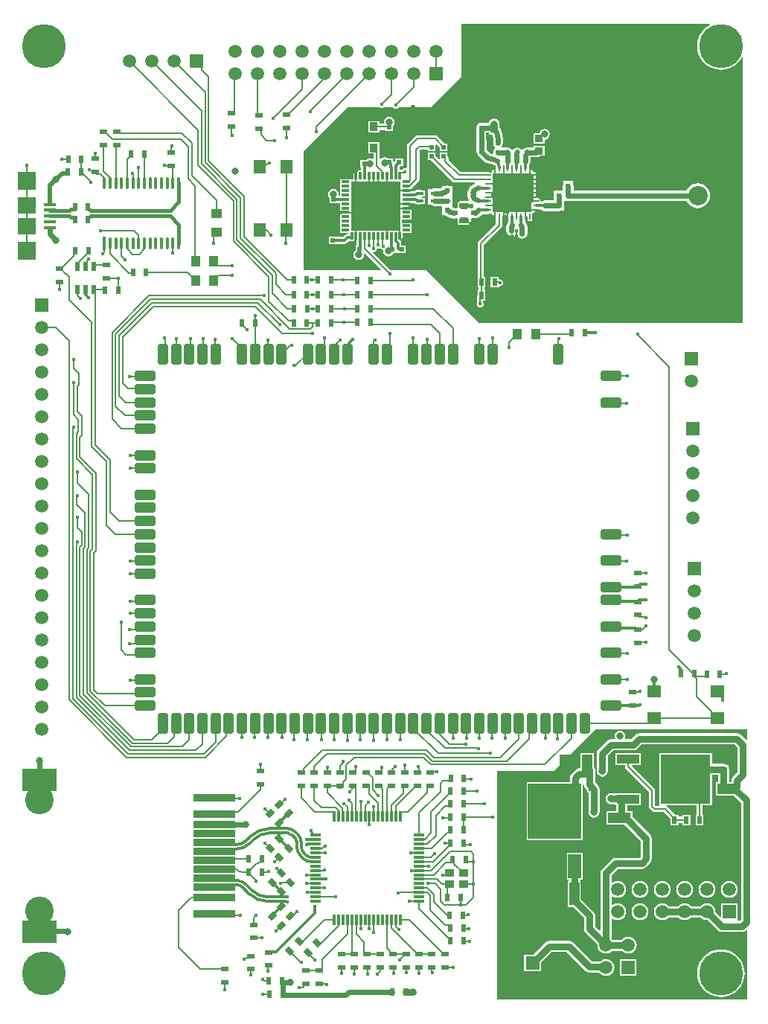
<source format=gtl>
G04*
G04 #@! TF.GenerationSoftware,Altium Limited,Altium Designer,19.1.9 (167)*
G04*
G04 Layer_Physical_Order=1*
G04 Layer_Color=255*
%FSLAX44Y44*%
%MOMM*%
G71*
G01*
G75*
%ADD11C,0.5000*%
%ADD12C,0.2000*%
%ADD18R,0.8128X0.9652*%
%ADD19R,0.6000X0.9000*%
%ADD20R,1.1000X1.2000*%
%ADD21R,6.1000X6.3000*%
%ADD22R,1.5000X2.8000*%
%ADD23R,0.9000X1.0000*%
%ADD24R,1.0000X0.9000*%
%ADD25R,0.6000X1.1000*%
%ADD26O,0.3000X1.5000*%
%ADD27R,0.3000X1.5000*%
%ADD28R,2.6000X1.0600*%
%ADD29R,5.7000X5.6320*%
%ADD30R,0.2500X0.7500*%
%ADD31R,0.7500X0.2500*%
%ADD32R,0.3000X0.3750*%
%ADD33R,0.3000X0.8500*%
%ADD34R,0.8500X0.3000*%
%ADD35R,0.3000X1.2000*%
%ADD36R,1.2000X0.3000*%
%ADD37R,1.6000X1.4000*%
%ADD38R,1.4000X1.6000*%
%ADD39R,0.9000X0.6000*%
%ADD40R,0.5588X0.5588*%
%ADD41R,0.5588X0.5588*%
G04:AMPARAMS|DCode=42|XSize=0.6mm|YSize=0.9mm|CornerRadius=0mm|HoleSize=0mm|Usage=FLASHONLY|Rotation=45.000|XOffset=0mm|YOffset=0mm|HoleType=Round|Shape=Rectangle|*
%AMROTATEDRECTD42*
4,1,4,0.1061,-0.5303,-0.5303,0.1061,-0.1061,0.5303,0.5303,-0.1061,0.1061,-0.5303,0.0*
%
%ADD42ROTATEDRECTD42*%

G04:AMPARAMS|DCode=43|XSize=0.6mm|YSize=0.9mm|CornerRadius=0mm|HoleSize=0mm|Usage=FLASHONLY|Rotation=135.000|XOffset=0mm|YOffset=0mm|HoleType=Round|Shape=Rectangle|*
%AMROTATEDRECTD43*
4,1,4,0.5303,0.1061,-0.1061,-0.5303,-0.5303,-0.1061,0.1061,0.5303,0.5303,0.1061,0.0*
%
%ADD43ROTATEDRECTD43*%

%ADD44R,0.9000X0.3500*%
%ADD45R,0.9652X0.8128*%
%ADD46R,1.4000X0.4000*%
%ADD47R,2.0000X2.0000*%
%ADD48R,2.0000X1.9000*%
G04:AMPARAMS|DCode=49|XSize=2.4mm|YSize=1.2mm|CornerRadius=0.3mm|HoleSize=0mm|Usage=FLASHONLY|Rotation=90.000|XOffset=0mm|YOffset=0mm|HoleType=Round|Shape=RoundedRectangle|*
%AMROUNDEDRECTD49*
21,1,2.4000,0.6000,0,0,90.0*
21,1,1.8000,1.2000,0,0,90.0*
1,1,0.6000,0.3000,0.9000*
1,1,0.6000,0.3000,-0.9000*
1,1,0.6000,-0.3000,-0.9000*
1,1,0.6000,-0.3000,0.9000*
%
%ADD49ROUNDEDRECTD49*%
G04:AMPARAMS|DCode=50|XSize=1.2mm|YSize=2.4mm|CornerRadius=0.3mm|HoleSize=0mm|Usage=FLASHONLY|Rotation=90.000|XOffset=0mm|YOffset=0mm|HoleType=Round|Shape=RoundedRectangle|*
%AMROUNDEDRECTD50*
21,1,1.2000,1.8000,0,0,90.0*
21,1,0.6000,2.4000,0,0,90.0*
1,1,0.6000,0.9000,0.3000*
1,1,0.6000,0.9000,-0.3000*
1,1,0.6000,-0.9000,-0.3000*
1,1,0.6000,-0.9000,0.3000*
%
%ADD50ROUNDEDRECTD50*%
%ADD51R,3.9000X2.5000*%
%ADD52R,4.8000X0.8100*%
%ADD53R,1.2000X1.1000*%
%ADD54R,2.6000X1.2000*%
%ADD55R,1.2000X2.6000*%
%ADD90R,0.4000X0.5000*%
%ADD91R,0.5000X0.5000*%
%ADD106C,0.6000*%
%ADD107C,0.6000*%
%ADD108C,0.3000*%
%ADD109C,0.7500*%
%ADD110C,0.4000*%
%ADD111R,0.2500X0.3000*%
%ADD112R,4.4000X4.4000*%
%ADD113R,0.6000X3.2500*%
%ADD114R,0.3000X0.2500*%
%ADD115R,0.7500X0.3000*%
%ADD116R,0.4000X0.2500*%
%ADD117R,0.3000X0.7500*%
%ADD118R,0.2000X0.3250*%
%ADD119C,0.8000*%
%ADD120C,0.4500*%
%ADD121C,5.0000*%
%ADD122C,1.5000*%
%ADD123R,1.5000X1.5000*%
%ADD124R,1.5000X1.5000*%
%ADD125C,2.2000*%
%ADD126C,3.2500*%
%ADD127C,0.5500*%
%ADD128C,0.4000*%
G36*
X792049Y1113730D02*
X789081Y1111911D01*
X785849Y1109151D01*
X783089Y1105919D01*
X780868Y1102296D01*
X779242Y1098369D01*
X778250Y1094237D01*
X777916Y1090000D01*
X778250Y1085763D01*
X779242Y1081631D01*
X780868Y1077704D01*
X783089Y1074081D01*
X785849Y1070849D01*
X789081Y1068089D01*
X792704Y1065868D01*
X796631Y1064242D01*
X800763Y1063250D01*
X805000Y1062916D01*
X809237Y1063250D01*
X813369Y1064242D01*
X817296Y1065868D01*
X820919Y1068089D01*
X824151Y1070849D01*
X826911Y1074081D01*
X828730Y1077049D01*
X830000Y1076691D01*
Y775000D01*
X530000D01*
X470000Y835000D01*
X429297Y835000D01*
X409839Y854458D01*
X410310Y855783D01*
X411311Y855982D01*
X412634Y856866D01*
X413518Y858189D01*
X413762Y859414D01*
X414770Y859214D01*
X416331Y859524D01*
X417353Y860207D01*
X417887Y859408D01*
X419210Y858524D01*
X419728Y858421D01*
X420695Y857002D01*
X420653Y856792D01*
X421119Y854451D01*
X422445Y852466D01*
X424430Y851140D01*
X424905Y851045D01*
X425210Y850841D01*
X426771Y850531D01*
X428332Y850841D01*
X428637Y851045D01*
X429112Y851140D01*
X431097Y852466D01*
X432338Y854324D01*
X435074D01*
Y854324D01*
X436343Y854934D01*
X437031Y854474D01*
X437656Y854350D01*
Y854324D01*
X438592Y854164D01*
X439398Y854324D01*
X446244D01*
Y862912D01*
X441441D01*
Y865717D01*
X441131Y867277D01*
X440247Y868600D01*
X440247Y868600D01*
X440059Y868788D01*
X440477Y870166D01*
X441107Y870292D01*
X442264Y871065D01*
X443038Y872223D01*
X443310Y873589D01*
X443060Y874845D01*
Y877589D01*
X452491D01*
Y888589D01*
X442220D01*
Y892589D01*
X452491D01*
Y903589D01*
X451025D01*
X450164Y904859D01*
X450309Y905589D01*
X450038Y906954D01*
X449280Y908089D01*
X450038Y909223D01*
X450309Y910589D01*
X451066Y911510D01*
X456159D01*
X456199Y911494D01*
X456241Y911462D01*
Y910589D01*
X457528D01*
X458904Y910018D01*
X460460Y909814D01*
X460728Y909760D01*
Y909760D01*
X460728Y909760D01*
X462241D01*
X463802Y910071D01*
X464577Y910589D01*
X468241D01*
Y917089D01*
X464861D01*
X464560Y917671D01*
X464536Y918500D01*
X465119Y919089D01*
X468241D01*
Y925589D01*
X464577D01*
X463802Y926106D01*
X462241Y926417D01*
X460728D01*
X460460Y926364D01*
X458904Y926159D01*
X457528Y925589D01*
X456241D01*
Y924715D01*
X456200Y924684D01*
X456159Y924667D01*
X451066D01*
X450309Y925589D01*
X450178Y926250D01*
X451071Y927520D01*
X451526D01*
X451871Y927589D01*
X452491D01*
Y927712D01*
X452892Y927792D01*
X454050Y928565D01*
X460773Y935289D01*
X461547Y936447D01*
X461819Y937812D01*
Y971022D01*
X462978Y972181D01*
X471456D01*
Y970540D01*
X480044D01*
Y977447D01*
X481314Y977973D01*
X485206Y974081D01*
Y970540D01*
X493794D01*
Y979128D01*
X490253D01*
X482107Y987273D01*
X480950Y988047D01*
X479584Y988319D01*
X459500D01*
X458134Y988047D01*
X456977Y987273D01*
X448477Y978773D01*
X447703Y977616D01*
X447431Y976250D01*
Y951514D01*
X446161Y950647D01*
X445250Y950828D01*
X443689Y950518D01*
X442366Y949634D01*
X442215Y949407D01*
X440241D01*
X440089Y949377D01*
X438990Y950279D01*
X438947Y951607D01*
X440385Y953045D01*
X443205D01*
Y961633D01*
X434618D01*
Y959056D01*
X433619Y958156D01*
X432360Y958351D01*
X432035Y958837D01*
Y961715D01*
X425867D01*
X424332Y962740D01*
X421991Y963206D01*
X419650Y962740D01*
X417830Y961524D01*
X416559Y961872D01*
Y971145D01*
X416288Y972510D01*
X416111Y972775D01*
Y980525D01*
X404111D01*
Y967525D01*
X409422D01*
Y962025D01*
X408302Y961426D01*
X407832Y961740D01*
X405491Y962206D01*
X403150Y961740D01*
X401492Y960633D01*
X394865D01*
Y952045D01*
X395663D01*
Y948339D01*
X391741D01*
Y946873D01*
X390471Y946012D01*
X389741Y946157D01*
X388375Y945885D01*
X387218Y945112D01*
X387038Y944932D01*
X386264Y943774D01*
X385992Y942409D01*
Y938068D01*
X384545D01*
X383491Y938589D01*
X383491Y938589D01*
X383491Y938589D01*
X371991D01*
Y932589D01*
Y919993D01*
X370947Y919868D01*
X370095Y920835D01*
X370168Y921200D01*
X369702Y923541D01*
X368376Y925526D01*
X366391Y926852D01*
X364050Y927318D01*
X361709Y926852D01*
X359724Y925526D01*
X358398Y923541D01*
X357933Y921200D01*
X358398Y918859D01*
X359447Y917289D01*
Y911129D01*
X368035D01*
Y911510D01*
X371991D01*
Y902589D01*
X373457D01*
X374318Y901319D01*
X374172Y900589D01*
X374318Y899859D01*
X373457Y898589D01*
X371991D01*
Y887589D01*
Y877589D01*
X381741D01*
Y876299D01*
X381727Y876278D01*
X380050D01*
X380050Y876278D01*
X378489Y875968D01*
X377166Y875084D01*
X377166Y875084D01*
X374989Y872906D01*
X367583D01*
Y873122D01*
X358995D01*
Y864534D01*
X367583D01*
Y864750D01*
X376678D01*
X376678Y864749D01*
X378238Y865060D01*
X379562Y865944D01*
X380760Y867142D01*
X381741Y867839D01*
X387741D01*
Y869221D01*
X387854Y869412D01*
X388706Y870226D01*
X389741Y870020D01*
X390663Y869264D01*
Y862794D01*
X389124D01*
Y857293D01*
X388424Y856826D01*
X387098Y854841D01*
X386632Y852500D01*
X387098Y850159D01*
X388424Y848174D01*
X390409Y846848D01*
X392750Y846383D01*
X395091Y846848D01*
X397076Y848174D01*
X398402Y850159D01*
X398867Y852500D01*
X398609Y853798D01*
X399780Y854424D01*
X418030Y836173D01*
X417544Y835000D01*
X330000Y835000D01*
X330000Y970000D01*
X380000Y1020000D01*
X416788D01*
X417189Y1019732D01*
X418750Y1019422D01*
X420311Y1019732D01*
X420712Y1020000D01*
X431860D01*
X432116Y1019616D01*
X433439Y1018732D01*
X435000Y1018422D01*
X436561Y1018732D01*
X437884Y1019616D01*
X438140Y1020000D01*
X475000D01*
X510000Y1055000D01*
Y1115000D01*
X791691D01*
X792049Y1113730D01*
D02*
G37*
G36*
X440181Y880149D02*
X384301D01*
Y936029D01*
X440181D01*
Y880149D01*
D02*
G37*
G36*
X835000Y300808D02*
X833730Y300282D01*
X827613Y306399D01*
X825545Y307781D01*
X823107Y308266D01*
X711893D01*
X709455Y307781D01*
X707387Y306399D01*
X702360Y301372D01*
X696139D01*
X695541Y302493D01*
X695652Y302659D01*
X696117Y305000D01*
X695652Y307341D01*
X694326Y309326D01*
X692341Y310652D01*
X690000Y311117D01*
X687659Y310652D01*
X685674Y309326D01*
X684348Y307341D01*
X683883Y305000D01*
X684348Y302659D01*
X684459Y302493D01*
X683861Y301372D01*
X680000D01*
X677561Y300887D01*
X675494Y299506D01*
X665494Y289506D01*
X664113Y287439D01*
X663628Y285000D01*
Y265000D01*
X664113Y262561D01*
X665494Y260494D01*
X667561Y259113D01*
X670000Y258627D01*
X672439Y259113D01*
X674506Y260494D01*
X675887Y262561D01*
X676373Y265000D01*
Y282360D01*
X682640Y288627D01*
X705000D01*
X707439Y289113D01*
X709506Y290494D01*
X714533Y295521D01*
X820467D01*
X823627Y292360D01*
Y263890D01*
X818494Y258756D01*
X817113Y256689D01*
X816628Y254250D01*
Y252500D01*
X814122D01*
Y267000D01*
X813750Y268873D01*
Y271500D01*
X812260D01*
X812256Y271506D01*
X810189Y272887D01*
X807750Y273372D01*
X794750D01*
Y285660D01*
X734750D01*
Y226589D01*
X734750Y226340D01*
X734150Y225319D01*
X730978D01*
X730069Y226228D01*
Y242750D01*
X729797Y244116D01*
X729023Y245273D01*
X703507Y270790D01*
X704033Y272060D01*
X713750D01*
Y285660D01*
X684750D01*
Y272060D01*
X695681D01*
Y270000D01*
X695953Y268634D01*
X696727Y267477D01*
X722931Y241272D01*
Y224750D01*
X723203Y223384D01*
X723977Y222227D01*
X726977Y219227D01*
X728134Y218453D01*
X729500Y218181D01*
X739772D01*
X747500Y210453D01*
Y203500D01*
X756500D01*
Y205931D01*
X761000D01*
Y203250D01*
X770000D01*
Y215250D01*
X761000D01*
Y213069D01*
X756500D01*
Y215500D01*
X752547D01*
X743773Y224273D01*
X742616Y225047D01*
X742500Y225070D01*
X742625Y226340D01*
X776931D01*
Y215250D01*
X776000D01*
Y203250D01*
X785000D01*
Y215250D01*
X784069D01*
Y226340D01*
X794750D01*
Y260627D01*
X801377D01*
Y252500D01*
X799250D01*
Y237500D01*
X819238D01*
X827628Y229110D01*
Y95890D01*
X826467Y94729D01*
X825001D01*
X824050Y95500D01*
Y114500D01*
X805050D01*
Y99771D01*
X803877Y99285D01*
X798666Y104496D01*
X798732Y105000D01*
X798406Y107480D01*
X797448Y109791D01*
X795926Y111775D01*
X793941Y113298D01*
X791630Y114255D01*
X789150Y114582D01*
X786670Y114255D01*
X784359Y113298D01*
X782375Y111775D01*
X782065Y111372D01*
X770835D01*
X770526Y111775D01*
X768541Y113298D01*
X766230Y114255D01*
X763750Y114582D01*
X761270Y114255D01*
X758959Y113298D01*
X756975Y111775D01*
X756665Y111372D01*
X745435D01*
X745126Y111775D01*
X743141Y113298D01*
X740830Y114255D01*
X738350Y114582D01*
X735870Y114255D01*
X733559Y113298D01*
X731575Y111775D01*
X730052Y109791D01*
X729095Y107480D01*
X728768Y105000D01*
X729095Y102520D01*
X730052Y100209D01*
X731575Y98224D01*
X733559Y96702D01*
X735870Y95744D01*
X738350Y95418D01*
X740830Y95744D01*
X743141Y96702D01*
X745126Y98224D01*
X745435Y98628D01*
X756665D01*
X756975Y98224D01*
X758959Y96702D01*
X761270Y95744D01*
X763750Y95418D01*
X766230Y95744D01*
X768541Y96702D01*
X770526Y98224D01*
X770835Y98628D01*
X782065D01*
X782375Y98224D01*
X784359Y96702D01*
X786670Y95744D01*
X789150Y95418D01*
X789654Y95484D01*
X801287Y83851D01*
X803355Y82469D01*
X805793Y81984D01*
X829107D01*
X831545Y82469D01*
X833613Y83851D01*
X833827Y84065D01*
X835000Y83579D01*
Y5000D01*
X550000D01*
Y265000D01*
X615000D01*
X622045Y272045D01*
X623215Y271419D01*
X623181Y271250D01*
X623453Y269884D01*
X624227Y268727D01*
X624477Y268477D01*
X624477Y268477D01*
X625634Y267703D01*
X627000Y267431D01*
X628366Y267703D01*
X629523Y268477D01*
X630297Y269634D01*
X630569Y271000D01*
X630297Y272366D01*
X629523Y273523D01*
X629273Y273773D01*
X628116Y274547D01*
X626750Y274819D01*
X626581Y274785D01*
X625955Y275955D01*
X662750Y312750D01*
X835000D01*
Y300808D01*
D02*
G37*
%LPC*%
G36*
X427500Y1009617D02*
X425159Y1009152D01*
X423174Y1007826D01*
X421848Y1005841D01*
X421382Y1003500D01*
X421567Y1002575D01*
X420761Y1001593D01*
X416111D01*
Y1004525D01*
X404111D01*
Y991525D01*
X416111D01*
Y994456D01*
X422956D01*
Y993206D01*
X431544D01*
Y998986D01*
X431826Y999174D01*
X433152Y1001159D01*
X433618Y1003500D01*
X433152Y1005841D01*
X431826Y1007826D01*
X429841Y1009152D01*
X427500Y1009617D01*
D02*
G37*
G36*
X604250Y995618D02*
X601909Y995152D01*
X599924Y993826D01*
X598598Y991841D01*
X598289Y990288D01*
X591384D01*
Y979160D01*
X604036D01*
Y983207D01*
X604250Y983382D01*
X606591Y983848D01*
X608576Y985174D01*
X609902Y987159D01*
X610368Y989500D01*
X609902Y991841D01*
X608576Y993826D01*
X606591Y995152D01*
X604250Y995618D01*
D02*
G37*
G36*
X547000Y1007367D02*
X544659Y1006902D01*
X542674Y1005576D01*
X541348Y1003591D01*
X541152Y1002608D01*
X532418D01*
X530272Y1002181D01*
X528945Y1001294D01*
X528124D01*
Y1000515D01*
X527153Y999062D01*
X526726Y996916D01*
Y983250D01*
X526810Y982828D01*
Y969750D01*
X527237Y967604D01*
X528124Y966277D01*
Y965456D01*
X528782D01*
X534170Y960068D01*
X534170Y960068D01*
X534160Y960058D01*
X537115Y957790D01*
X540557Y956364D01*
X544250Y955878D01*
X544250Y955878D01*
X545389Y955562D01*
X545798Y955288D01*
X545833Y955237D01*
X546035Y955035D01*
X547854Y953819D01*
X548422Y952964D01*
Y950750D01*
X548517Y950271D01*
X547711Y949289D01*
X546250D01*
X545470Y949134D01*
X544808Y948692D01*
X544366Y948030D01*
X544211Y947250D01*
Y946794D01*
X544058Y946692D01*
X543616Y946030D01*
X543610Y946000D01*
X542184D01*
X541366Y946547D01*
X540000Y946818D01*
X508228D01*
X494863Y960184D01*
Y962372D01*
X494591Y963738D01*
X493817Y964895D01*
X493794Y964919D01*
Y968460D01*
X485206D01*
Y961553D01*
X483936Y961027D01*
X480044Y964919D01*
Y968460D01*
X471456D01*
Y959872D01*
X474997D01*
X499143Y935727D01*
X500300Y934953D01*
X501666Y934681D01*
X524735D01*
X524988Y933411D01*
X523013Y932593D01*
X520947Y931008D01*
X520674Y930826D01*
X519308Y929460D01*
X518974Y928959D01*
X517891Y927548D01*
X516982Y925354D01*
X516750Y923591D01*
X516632Y923000D01*
Y919518D01*
X516718Y919087D01*
X517014Y916837D01*
X517958Y914559D01*
X517657Y913822D01*
X517254Y913289D01*
X507500D01*
X506720Y913134D01*
X506058Y912692D01*
X505616Y912030D01*
X505461Y911250D01*
Y906550D01*
X505467Y906520D01*
X504552Y905250D01*
X503818D01*
X503591Y905402D01*
X501250Y905867D01*
Y905868D01*
X501179Y905810D01*
X499629Y906118D01*
X499285Y906348D01*
Y912291D01*
X499608Y913918D01*
X499285Y915545D01*
Y919295D01*
X499451D01*
Y923462D01*
X499775Y925089D01*
X499451Y926715D01*
Y930883D01*
X495284D01*
X493657Y931206D01*
X492030Y930883D01*
X487863D01*
Y929367D01*
X487018Y928456D01*
X479241D01*
X476900Y927990D01*
X475550Y927089D01*
X471741D01*
Y917589D01*
Y909089D01*
X475550D01*
X476900Y908187D01*
X479241Y907721D01*
X487697D01*
Y904877D01*
X487373Y903250D01*
X487697Y901624D01*
Y897456D01*
X490908D01*
X492160Y896429D01*
X494989Y894917D01*
X498058Y893986D01*
X501250Y893671D01*
Y893633D01*
X503591Y894098D01*
X503818Y894250D01*
X504552D01*
X505467Y892980D01*
X505461Y892950D01*
Y888250D01*
X505616Y887470D01*
X506058Y886808D01*
X506720Y886366D01*
X507500Y886211D01*
X518500D01*
X519280Y886366D01*
X519942Y886808D01*
X520384Y887470D01*
X520539Y888250D01*
Y892950D01*
X520533Y892980D01*
X521448Y894250D01*
X523152D01*
X525000Y893883D01*
Y893936D01*
X526945Y894192D01*
X527085Y894250D01*
X527500D01*
Y894422D01*
X528326Y894764D01*
X528365Y894772D01*
X528397Y894793D01*
X528756Y894942D01*
X529362Y895407D01*
X530347Y896096D01*
X530350Y896098D01*
X530350Y896098D01*
X530350Y896098D01*
X530350Y896099D01*
X531245Y896993D01*
X532913Y898662D01*
X540000D01*
X541700Y899000D01*
X544260D01*
X544366Y898470D01*
X544808Y897808D01*
X545470Y897366D01*
X546250Y897211D01*
X547927D01*
X548956Y896077D01*
X548975Y895970D01*
X548932Y895750D01*
Y887478D01*
X528977Y867523D01*
X528203Y866366D01*
X527931Y865000D01*
Y822203D01*
X528000Y821858D01*
Y815203D01*
X528931D01*
Y812500D01*
X528000D01*
Y806810D01*
X527703Y806366D01*
X527431Y805000D01*
Y798359D01*
X527232Y798061D01*
X526922Y796500D01*
X527232Y794939D01*
X528116Y793616D01*
X529439Y792732D01*
X531000Y792422D01*
X532561Y792732D01*
X533884Y793616D01*
X534768Y794939D01*
X535078Y796500D01*
X534768Y798061D01*
X534569Y798359D01*
Y800500D01*
X537000D01*
Y812500D01*
X536069D01*
Y815203D01*
X537000D01*
Y827203D01*
X535069D01*
Y863522D01*
X555023Y883477D01*
X555797Y884634D01*
X556069Y886000D01*
Y895750D01*
X556025Y895970D01*
X556044Y896077D01*
X557073Y897211D01*
X562201D01*
X563007Y896229D01*
X562912Y895750D01*
Y890303D01*
X561848Y888711D01*
X561707Y888002D01*
X560848Y886716D01*
X560382Y884375D01*
Y880125D01*
X560848Y877784D01*
X562174Y875799D01*
X563000Y875247D01*
Y874625D01*
X563932D01*
X564159Y874473D01*
X566500Y874007D01*
X568269Y874359D01*
X569259Y874165D01*
X569871Y873714D01*
X570058Y873433D01*
X570720Y872991D01*
X571500Y872836D01*
X573000D01*
Y871750D01*
X574996D01*
X576159Y870973D01*
X578500Y870508D01*
X580841Y870973D01*
X582826Y872299D01*
X584152Y874284D01*
X584618Y876625D01*
Y884375D01*
X584152Y886716D01*
X583293Y888002D01*
X583152Y888711D01*
X582088Y890303D01*
Y895750D01*
X582056Y895910D01*
X582912Y896966D01*
X583839Y896983D01*
X584750Y896051D01*
Y890500D01*
X590250D01*
Y899360D01*
X590280Y899366D01*
X590942Y899808D01*
X591044Y899961D01*
X591500D01*
X592280Y900116D01*
X592942Y900558D01*
X593384Y901220D01*
X593539Y902000D01*
Y902952D01*
X594521Y903757D01*
X595000Y903662D01*
X600317D01*
X601909Y902598D01*
X604250Y902132D01*
X620500D01*
X622127Y902456D01*
X626294D01*
Y906623D01*
X626618Y908250D01*
Y913626D01*
X629541D01*
X631168Y913303D01*
X752716D01*
X752941Y913348D01*
X753270Y913282D01*
X766084D01*
X766371Y912590D01*
X768615Y909665D01*
X771540Y907421D01*
X774945Y906010D01*
X778600Y905529D01*
X782255Y906010D01*
X785660Y907421D01*
X788585Y909665D01*
X790829Y912590D01*
X792240Y915995D01*
X792721Y919650D01*
X792240Y923305D01*
X790829Y926710D01*
X788585Y929635D01*
X785660Y931879D01*
X782255Y933290D01*
X778600Y933771D01*
X774945Y933290D01*
X771540Y931879D01*
X768615Y929635D01*
X766371Y926710D01*
X765877Y925518D01*
X753270D01*
X753050Y925474D01*
X752717Y925540D01*
X752708Y925538D01*
X637203D01*
Y930591D01*
X636880Y932218D01*
Y936385D01*
X632713D01*
X631086Y936709D01*
X629459Y936385D01*
X625292D01*
Y932218D01*
X624968Y930591D01*
Y925214D01*
X622127D01*
X620500Y925538D01*
X618873Y925214D01*
X614706D01*
Y921047D01*
X614383Y919420D01*
Y914368D01*
X604250D01*
X601909Y913902D01*
X600795Y913158D01*
X600322Y913290D01*
X599518Y913754D01*
X599297Y914866D01*
X598523Y916023D01*
X597366Y916797D01*
X596000Y917069D01*
X595809Y917031D01*
X594539Y918073D01*
Y944500D01*
X594384Y945280D01*
X593942Y945942D01*
X593280Y946384D01*
X592500Y946539D01*
X591044D01*
X590942Y946692D01*
X590789Y946794D01*
Y947250D01*
X590634Y948030D01*
X590192Y948692D01*
X589530Y949134D01*
X588750Y949289D01*
X587289D01*
X586483Y950271D01*
X586578Y950750D01*
Y954454D01*
X587681Y956104D01*
X588108Y958250D01*
Y963392D01*
X594089D01*
X594328Y963440D01*
X596861Y963773D01*
X599445Y964844D01*
X599566Y964936D01*
X604036D01*
Y976064D01*
X597930D01*
X597710Y976108D01*
X597490Y976064D01*
X591384D01*
Y974608D01*
X584507D01*
X582361Y974181D01*
X581034Y973294D01*
X580214D01*
Y972738D01*
X579275Y971759D01*
X578047Y971851D01*
X577631Y972473D01*
Y973294D01*
X576810D01*
X575483Y974181D01*
X573337Y974608D01*
X571191Y974181D01*
X569864Y973294D01*
X569043D01*
Y972479D01*
X568461Y971720D01*
X567917Y971646D01*
X567018Y971756D01*
X566981Y971777D01*
X566557Y972329D01*
X566460Y972473D01*
Y973294D01*
X565640D01*
X564313Y974181D01*
X562166Y974608D01*
X556497D01*
X555544Y975374D01*
Y976195D01*
X556431Y977522D01*
X556858Y979668D01*
Y984969D01*
X556840Y985060D01*
X556455Y988967D01*
X555289Y992811D01*
X553395Y996354D01*
X552452Y997503D01*
Y998610D01*
X552652Y998909D01*
X553117Y1001250D01*
X552652Y1003591D01*
X551326Y1005576D01*
X549341Y1006902D01*
X547000Y1007367D01*
D02*
G37*
G36*
X552000Y827203D02*
X543000D01*
Y815203D01*
X552000D01*
Y815669D01*
X552982Y816475D01*
X553250Y816422D01*
X554811Y816732D01*
X556134Y817616D01*
X557018Y818939D01*
X557328Y820500D01*
X557018Y822061D01*
X556134Y823384D01*
X554811Y824268D01*
X554026Y824424D01*
X553913Y824500D01*
X552547Y824771D01*
X552000D01*
Y827203D01*
D02*
G37*
%LPD*%
G36*
X541324Y989174D02*
X544645D01*
X545384Y987388D01*
X545679Y985153D01*
X545642Y984969D01*
Y979668D01*
X546069Y977522D01*
X546956Y976195D01*
Y975374D01*
X547473D01*
X547770Y974666D01*
X547763Y973986D01*
X547035Y973294D01*
X546956D01*
Y972473D01*
X546069Y971146D01*
X545642Y969000D01*
X545852Y967945D01*
X545383Y967445D01*
X544250Y967115D01*
X543071Y967302D01*
X542157Y967913D01*
X542100Y967998D01*
X538026Y972073D01*
Y983166D01*
X537942Y983588D01*
Y991392D01*
X541324D01*
Y989174D01*
D02*
G37*
G36*
X518500Y906550D02*
X516200Y904250D01*
X509800D01*
X507500Y906550D01*
Y911250D01*
X518500D01*
Y906550D01*
D02*
G37*
G36*
Y892950D02*
Y888250D01*
X507500D01*
Y892950D01*
X509800Y895250D01*
X516200D01*
X518500Y892950D01*
D02*
G37*
%LPC*%
G36*
X713750Y239940D02*
X684750D01*
Y239777D01*
X680481D01*
X680000Y239872D01*
X677561Y239387D01*
X675494Y238006D01*
X674113Y235939D01*
X673628Y233500D01*
X674113Y231061D01*
X675494Y228994D01*
X675590Y228898D01*
X677657Y227517D01*
X680096Y227032D01*
X684750D01*
Y226340D01*
X685378D01*
Y219250D01*
X675000D01*
Y204250D01*
X694988D01*
X713628Y185610D01*
Y167640D01*
X712360Y166373D01*
X685000D01*
X685000Y166373D01*
X682561Y165887D01*
X680494Y164506D01*
X680494Y164506D01*
X669594Y153606D01*
X668213Y151539D01*
X667728Y149100D01*
Y83944D01*
X666554Y83458D01*
X661672Y88340D01*
Y100700D01*
X661187Y103139D01*
X659806Y105206D01*
X645500Y119512D01*
Y139500D01*
X644678D01*
Y141250D01*
X647610D01*
Y172250D01*
X629610D01*
Y141250D01*
X631932D01*
Y139500D01*
X630500D01*
Y110500D01*
X636488D01*
X648928Y98061D01*
Y85700D01*
X649413Y83261D01*
X650794Y81194D01*
X664584Y67404D01*
X664518Y66900D01*
X664845Y64420D01*
X665802Y62109D01*
X667325Y60125D01*
X669309Y58602D01*
X671620Y57645D01*
X674100Y57318D01*
X676580Y57645D01*
X678891Y58602D01*
X680875Y60125D01*
X681185Y60528D01*
X692415D01*
X692725Y60125D01*
X694709Y58602D01*
X697020Y57645D01*
X699500Y57318D01*
X701980Y57645D01*
X704291Y58602D01*
X706275Y60125D01*
X707798Y62109D01*
X708755Y64420D01*
X709082Y66900D01*
X708755Y69380D01*
X707798Y71691D01*
X706275Y73675D01*
X704291Y75198D01*
X701980Y76156D01*
X699500Y76482D01*
X697020Y76156D01*
X694709Y75198D01*
X692725Y73675D01*
X692415Y73273D01*
X681185D01*
X680875Y73675D01*
X680472Y73985D01*
Y96855D01*
X681742Y97482D01*
X682759Y96702D01*
X685070Y95744D01*
X687550Y95418D01*
X690030Y95744D01*
X692341Y96702D01*
X694325Y98224D01*
X695848Y100209D01*
X696805Y102520D01*
X697132Y105000D01*
X696805Y107480D01*
X695848Y109791D01*
X694325Y111775D01*
X692341Y113298D01*
X690030Y114255D01*
X687550Y114582D01*
X685070Y114255D01*
X682759Y113298D01*
X681742Y112518D01*
X680472Y113145D01*
Y122255D01*
X681742Y122882D01*
X682759Y122102D01*
X685070Y121145D01*
X687550Y120818D01*
X690030Y121145D01*
X692341Y122102D01*
X694325Y123624D01*
X695848Y125609D01*
X696805Y127920D01*
X697132Y130400D01*
X696805Y132880D01*
X695848Y135191D01*
X694325Y137175D01*
X692341Y138698D01*
X690030Y139655D01*
X687550Y139982D01*
X685070Y139655D01*
X682759Y138698D01*
X681742Y137918D01*
X680472Y138545D01*
Y146460D01*
X687640Y153628D01*
X715000D01*
X717439Y154113D01*
X719506Y155494D01*
X724506Y160494D01*
X725887Y162561D01*
X726373Y165000D01*
Y188250D01*
X725887Y190689D01*
X724506Y192756D01*
X704000Y213262D01*
Y219250D01*
X698122D01*
Y226340D01*
X713750D01*
Y239940D01*
D02*
G37*
G36*
X660500Y285500D02*
X645500D01*
Y268123D01*
X643750D01*
X641311Y267637D01*
X639244Y266256D01*
X634851Y261863D01*
X633469Y259795D01*
X632984Y257357D01*
Y252250D01*
X583750D01*
Y186250D01*
X647750D01*
Y248706D01*
X649020Y248831D01*
X649363Y247109D01*
X650744Y245041D01*
X652500Y243285D01*
Y240750D01*
X654128D01*
Y218500D01*
X654613Y216061D01*
X655994Y213994D01*
X658061Y212613D01*
X660500Y212127D01*
X662939Y212613D01*
X665006Y213994D01*
X666387Y216061D01*
X666872Y218500D01*
Y244298D01*
X666387Y246736D01*
X665006Y248804D01*
X661622Y252187D01*
Y266750D01*
X661137Y269189D01*
X660500Y270143D01*
Y285500D01*
D02*
G37*
G36*
X814550Y139982D02*
X812070Y139655D01*
X809759Y138698D01*
X807775Y137175D01*
X806252Y135191D01*
X805295Y132880D01*
X804968Y130400D01*
X805295Y127920D01*
X806252Y125609D01*
X807775Y123624D01*
X809759Y122102D01*
X812070Y121145D01*
X814550Y120818D01*
X817030Y121145D01*
X819341Y122102D01*
X821326Y123624D01*
X822848Y125609D01*
X823805Y127920D01*
X824132Y130400D01*
X823805Y132880D01*
X822848Y135191D01*
X821326Y137175D01*
X819341Y138698D01*
X817030Y139655D01*
X814550Y139982D01*
D02*
G37*
G36*
X789150D02*
X786670Y139655D01*
X784359Y138698D01*
X782375Y137175D01*
X780852Y135191D01*
X779895Y132880D01*
X779568Y130400D01*
X779895Y127920D01*
X780852Y125609D01*
X782375Y123624D01*
X784359Y122102D01*
X786670Y121145D01*
X789150Y120818D01*
X791630Y121145D01*
X793941Y122102D01*
X795926Y123624D01*
X797448Y125609D01*
X798406Y127920D01*
X798732Y130400D01*
X798406Y132880D01*
X797448Y135191D01*
X795926Y137175D01*
X793941Y138698D01*
X791630Y139655D01*
X789150Y139982D01*
D02*
G37*
G36*
X763750D02*
X761270Y139655D01*
X758959Y138698D01*
X756975Y137175D01*
X755452Y135191D01*
X754495Y132880D01*
X754168Y130400D01*
X754495Y127920D01*
X755452Y125609D01*
X756975Y123624D01*
X758959Y122102D01*
X761270Y121145D01*
X763750Y120818D01*
X766230Y121145D01*
X768541Y122102D01*
X770526Y123624D01*
X772048Y125609D01*
X773006Y127920D01*
X773332Y130400D01*
X773006Y132880D01*
X772048Y135191D01*
X770526Y137175D01*
X768541Y138698D01*
X766230Y139655D01*
X763750Y139982D01*
D02*
G37*
G36*
X738350D02*
X735870Y139655D01*
X733559Y138698D01*
X731575Y137175D01*
X730052Y135191D01*
X729095Y132880D01*
X728768Y130400D01*
X729095Y127920D01*
X730052Y125609D01*
X731575Y123624D01*
X733559Y122102D01*
X735870Y121145D01*
X738350Y120818D01*
X740830Y121145D01*
X743141Y122102D01*
X745126Y123624D01*
X746648Y125609D01*
X747606Y127920D01*
X747932Y130400D01*
X747606Y132880D01*
X746648Y135191D01*
X745126Y137175D01*
X743141Y138698D01*
X740830Y139655D01*
X738350Y139982D01*
D02*
G37*
G36*
X712950D02*
X710470Y139655D01*
X708159Y138698D01*
X706175Y137175D01*
X704652Y135191D01*
X703695Y132880D01*
X703368Y130400D01*
X703695Y127920D01*
X704652Y125609D01*
X706175Y123624D01*
X708159Y122102D01*
X710470Y121145D01*
X712950Y120818D01*
X715430Y121145D01*
X717741Y122102D01*
X719725Y123624D01*
X721248Y125609D01*
X722206Y127920D01*
X722532Y130400D01*
X722206Y132880D01*
X721248Y135191D01*
X719725Y137175D01*
X717741Y138698D01*
X715430Y139655D01*
X712950Y139982D01*
D02*
G37*
G36*
Y114582D02*
X710470Y114255D01*
X708159Y113298D01*
X706175Y111775D01*
X704652Y109791D01*
X703695Y107480D01*
X703368Y105000D01*
X703695Y102520D01*
X704652Y100209D01*
X706175Y98224D01*
X708159Y96702D01*
X710470Y95744D01*
X712950Y95418D01*
X715430Y95744D01*
X717741Y96702D01*
X719725Y98224D01*
X721248Y100209D01*
X722206Y102520D01*
X722532Y105000D01*
X722206Y107480D01*
X721248Y109791D01*
X719725Y111775D01*
X717741Y113298D01*
X715430Y114255D01*
X712950Y114582D01*
D02*
G37*
G36*
X709000Y51000D02*
X690000D01*
Y32000D01*
X709000D01*
Y51000D01*
D02*
G37*
G36*
X609600Y71873D02*
X607161Y71387D01*
X605094Y70006D01*
X605094Y70006D01*
X591088Y56000D01*
X581100D01*
Y37000D01*
X600100D01*
Y46988D01*
X612239Y59127D01*
X629360D01*
X650844Y37644D01*
X652911Y36263D01*
X655350Y35778D01*
X666516D01*
X667325Y34725D01*
X669309Y33202D01*
X671620Y32245D01*
X674100Y31918D01*
X676580Y32245D01*
X678891Y33202D01*
X680875Y34725D01*
X682398Y36709D01*
X683355Y39020D01*
X683682Y41500D01*
X683355Y43980D01*
X682398Y46291D01*
X680875Y48275D01*
X678891Y49798D01*
X676580Y50756D01*
X674100Y51082D01*
X671620Y50756D01*
X669309Y49798D01*
X667646Y48523D01*
X657990D01*
X636506Y70006D01*
X634439Y71387D01*
X632000Y71872D01*
X609600D01*
X609600Y71873D01*
D02*
G37*
G36*
X805000Y62084D02*
X800763Y61750D01*
X796631Y60758D01*
X792704Y59132D01*
X789081Y56911D01*
X785849Y54151D01*
X783089Y50919D01*
X780868Y47296D01*
X779242Y43369D01*
X778250Y39237D01*
X777916Y35000D01*
X778250Y30763D01*
X779242Y26631D01*
X780868Y22704D01*
X783089Y19081D01*
X785849Y15849D01*
X789081Y13089D01*
X792704Y10868D01*
X796631Y9242D01*
X800763Y8250D01*
X805000Y7916D01*
X809237Y8250D01*
X813369Y9242D01*
X817296Y10868D01*
X820919Y13089D01*
X824151Y15849D01*
X826911Y19081D01*
X829132Y22704D01*
X830758Y26631D01*
X831750Y30763D01*
X832084Y35000D01*
X831750Y39237D01*
X830758Y43369D01*
X829132Y47296D01*
X826911Y50919D01*
X824151Y54151D01*
X820919Y56911D01*
X817296Y59132D01*
X813369Y60758D01*
X809237Y61750D01*
X805000Y62084D01*
D02*
G37*
%LPD*%
D11*
X48500Y938250D02*
X55500Y945250D01*
X41500Y931250D02*
X48500Y938250D01*
X61750Y945750D02*
Y946600D01*
X55500Y945250D02*
X61250D01*
X61750Y945750D01*
X41500Y911750D02*
Y931250D01*
D12*
X41106Y883856D02*
G03*
X41000Y883600I256J-256D01*
G01*
X475750Y974834D02*
G03*
X473539Y975750I-2211J-2211D01*
G01*
X591908Y49658D02*
G03*
X590600Y46500I3158J-3158D01*
G01*
X275750Y101250D02*
G03*
X273250Y95215I6036J-6036D01*
G01*
X276000Y139750D02*
G03*
X275116Y141884I-3018J0D01*
G01*
X268030Y151280D02*
G03*
X267500Y150000I1280J-1280D01*
G01*
X267852Y149148D02*
G03*
X267854Y149146I855J852D01*
G01*
X267500Y150000D02*
G03*
X267852Y149148I1207J0D01*
G01*
X282500Y165000D02*
G03*
X281220Y164470I0J-1811D01*
G01*
X254750Y152500D02*
G03*
X260786Y150000I6036J6036D01*
G01*
X254750Y152500D02*
G03*
X252456Y153450I-2294J-2294D01*
G01*
X247707Y165000D02*
G03*
X246500Y164500I0J-1707D01*
G01*
X244448Y163650D02*
G03*
X246500Y164500I0J2902D01*
G01*
X633500Y762500D02*
X634750Y763750D01*
X594000Y762500D02*
X633500D01*
X564000Y747000D02*
Y753000D01*
X573000Y762000D01*
Y762500D01*
X350000Y739500D02*
X353750Y743250D01*
X349750Y739250D02*
X350000Y739500D01*
X353750Y743250D02*
Y758250D01*
X350000Y739500D02*
X350000D01*
X157564Y797750D02*
X277750D01*
X120250Y760436D02*
X157564Y797750D01*
X277750D02*
X302750Y772750D01*
X124250Y758780D02*
X159221Y793750D01*
X274679D01*
X305429Y763000D01*
X340250D01*
X249250Y757000D02*
X260000Y746250D01*
Y739500D02*
Y746250D01*
X795000Y325500D02*
X800000Y320500D01*
X795000Y325500D02*
X801250D01*
X626750Y271250D02*
X627000Y271000D01*
Y271000D02*
Y271000D01*
X105750Y825678D02*
X106178Y825250D01*
X119500D01*
Y812250D02*
Y825250D01*
X136000Y934000D02*
Y945000D01*
X119375Y812125D02*
X119500Y812250D01*
X135750Y945250D02*
X136000Y945000D01*
Y934000D02*
X136000Y934000D01*
Y934250D01*
X91500Y839250D02*
X93500Y841250D01*
X103250D01*
X103822Y840678D01*
X105750D01*
X103250Y813250D02*
X104375Y812125D01*
X91500Y813250D02*
X103250D01*
X104375Y812125D02*
X106125Y813875D01*
X131500Y831750D02*
X135750D01*
X110000Y853250D02*
X131500Y831750D01*
X110000Y853250D02*
Y865250D01*
X531500Y865000D02*
X552500Y886000D01*
Y895750D01*
X531500Y822203D02*
Y865000D01*
X491294Y958706D02*
X506750Y943250D01*
X540000D01*
X491294Y958706D02*
Y962372D01*
X489500Y964166D02*
X491294Y962372D01*
X403250Y262435D02*
Y263500D01*
Y262435D02*
X408500Y257185D01*
Y243782D02*
Y257185D01*
Y243782D02*
X414770Y237512D01*
X403000Y263250D02*
X403250Y263500D01*
X400935Y263250D02*
X403000D01*
X499500Y319000D02*
X500250Y318250D01*
X55000Y961250D02*
X55750D01*
X55802Y961302D01*
X62250D01*
X304000Y137250D02*
X305133Y138383D01*
X315230D01*
X83500Y840750D02*
Y844996D01*
X85754Y847250D01*
Y847791D01*
X82000Y839250D02*
X83500Y840750D01*
X227500Y875250D02*
X230750Y878500D01*
X227500Y865750D02*
Y875250D01*
X228000Y844750D02*
X232500Y840250D01*
X228000Y844750D02*
Y845000D01*
X232500Y840250D02*
X248750D01*
X234000Y828750D02*
X248750D01*
X228000Y822750D02*
X234000Y828750D01*
X374750Y274500D02*
Y276500D01*
X371530Y271280D02*
X374750Y274500D01*
X378750Y272000D02*
X387500Y280750D01*
X378750Y255750D02*
Y272000D01*
X387500Y280750D02*
X466593D01*
X475031Y272313D01*
X371530Y263250D02*
Y271280D01*
X405000Y203750D02*
X405000Y203750D01*
Y213500D01*
X512250Y198202D02*
Y212905D01*
X453022Y152007D02*
X453026Y152004D01*
X461496D01*
X461500Y152000D01*
X488500Y146250D02*
X493250D01*
X496000Y149000D01*
X509000Y113000D02*
X514500D01*
X490250D02*
X509000D01*
Y121250D01*
X508750Y121500D02*
X509000Y121250D01*
X523000Y136750D02*
Y161750D01*
X512750Y137000D02*
X513000Y136750D01*
X523000D01*
X512500D02*
X512750Y137000D01*
X523000Y161750D02*
Y170500D01*
Y121500D02*
Y136750D01*
X516500Y161750D02*
X523000D01*
X514500Y163750D02*
X516500Y161750D01*
X514500Y163750D02*
Y164500D01*
X486250Y117000D02*
X490250Y113000D01*
X486250Y117000D02*
Y130500D01*
X479750Y137000D02*
X486250Y130500D01*
X471500Y137000D02*
X479750D01*
X493155Y101095D02*
X496250D01*
X478500Y115750D02*
X493155Y101095D01*
X478500Y115750D02*
Y124407D01*
X470907Y132000D02*
X478500Y124407D01*
X470500Y126750D02*
X473750Y123500D01*
Y106750D02*
Y123500D01*
Y106750D02*
X490608Y89892D01*
X514500Y113000D02*
X523000Y121500D01*
X520250Y173250D02*
X523000Y170500D01*
X496750Y173250D02*
X520250D01*
X475258Y151758D02*
X496750Y173250D01*
X461742Y151758D02*
X475258D01*
X461500Y152000D02*
X461742Y151758D01*
X452250Y172000D02*
X452250Y172000D01*
X461500D01*
X461500Y172000D01*
X335000Y57750D02*
X343000Y49750D01*
X335000Y57750D02*
Y58931D01*
X262263Y50753D02*
X262804D01*
X264552Y52500D01*
X268250D01*
X270250Y54500D01*
X81503Y520347D02*
Y558997D01*
X71500Y349314D02*
Y524481D01*
X215000Y296000D02*
Y319500D01*
X259750Y308750D02*
X261000Y310000D01*
X455000Y313250D02*
Y319500D01*
X259750Y303250D02*
Y308750D01*
X380500Y300000D02*
Y319000D01*
X424750Y300250D02*
X425000Y300500D01*
X515000Y319500D02*
X515250Y319250D01*
X183000Y304250D02*
Y317500D01*
X530250Y302750D02*
Y319250D01*
X680000Y684500D02*
X681250Y683250D01*
X680500Y504000D02*
X697500D01*
X215000Y745000D02*
X215500Y745500D01*
X455000Y739500D02*
Y757500D01*
X79500Y352627D02*
Y518343D01*
X260000Y311000D02*
Y319500D01*
X425000Y300500D02*
Y319500D01*
X620000Y756250D02*
X620500Y756750D01*
X319250Y300750D02*
Y318750D01*
X185000Y756000D02*
X185750Y756750D01*
X229750Y739750D02*
X230000Y739500D01*
X183000Y317500D02*
X185000Y319500D01*
X289250Y740250D02*
Y755750D01*
X367750Y744000D02*
Y751000D01*
X410000Y300000D02*
Y319500D01*
X410000Y754000D02*
X411500Y755500D01*
X201500Y750250D02*
Y756750D01*
X365000Y741250D02*
X367750Y744000D01*
X545000Y739500D02*
Y757750D01*
X71500Y349314D02*
X132064Y288750D01*
X680000Y504500D02*
X680500Y504000D01*
X335000Y740250D02*
X335250Y740500D01*
X367750Y751000D02*
X371750Y755000D01*
X470750Y740250D02*
Y756500D01*
X530250Y739750D02*
Y757000D01*
X124250Y706250D02*
Y758780D01*
X680250Y714750D02*
X698500D01*
X260000Y311000D02*
X261000Y310000D01*
X305000Y739500D02*
X314750Y749250D01*
X140750Y700500D02*
X141750Y699500D01*
X120250Y692250D02*
X128000Y684500D01*
X530000Y319500D02*
X530250Y319250D01*
X172000Y757750D02*
X172250Y757500D01*
X229750Y739750D02*
Y756500D01*
X140500Y624750D02*
X140750Y624500D01*
X620000Y739500D02*
Y756250D01*
X133000Y503750D02*
X149250D01*
X72503Y592746D02*
Y605530D01*
X681250Y533250D02*
X698500D01*
X319500Y726250D02*
X321000D01*
X185000Y739500D02*
Y756000D01*
X128000Y397500D02*
X148000D01*
X170000Y313500D02*
Y319500D01*
X380000D02*
X380500Y319000D01*
X79500Y352627D02*
X135377Y296750D01*
X314750Y749250D02*
X317000D01*
X71500Y524481D02*
X72503Y525485D01*
X305000Y319500D02*
X305500Y319000D01*
X274250Y316000D02*
X275000Y316750D01*
X75500Y520000D02*
X77503Y522004D01*
X428500Y743000D02*
Y763250D01*
X128000Y684500D02*
X150000D01*
X132500Y458500D02*
X149000D01*
X67500Y347657D02*
X130407Y284750D01*
X410000Y319500D02*
X410000Y319500D01*
X484750Y307000D02*
X495750Y296000D01*
X365000Y739500D02*
Y741250D01*
X91500Y513373D02*
X93504Y515376D01*
X83500Y354284D02*
Y516686D01*
X67500Y347657D02*
Y655500D01*
X275000Y316750D02*
Y319500D01*
X75500Y350970D02*
Y520000D01*
X74250Y704500D02*
Y717000D01*
X72503Y525485D02*
Y526026D01*
X72121Y568379D02*
X81503Y558997D01*
X680000Y534500D02*
X681250Y533250D01*
X120250Y692250D02*
Y760436D01*
X148000Y397500D02*
X150000Y399500D01*
X91500Y357598D02*
X95598Y353500D01*
X71500Y649000D02*
X74000Y651500D01*
X440000Y300250D02*
Y319500D01*
X394750Y300250D02*
Y319250D01*
X191750Y292750D02*
X200000Y301000D01*
X471000Y311250D02*
X491250Y291000D01*
X215500Y745500D02*
Y757000D01*
X321000Y726250D02*
X335000Y740250D01*
X132500Y489500D02*
X150000D01*
X123000Y654500D02*
X150000D01*
X112250Y665250D02*
Y763750D01*
X142250Y354500D02*
X150000D01*
X680000Y399500D02*
X680750Y398750D01*
X103941Y339500D02*
X150000D01*
X77503Y522004D02*
Y537246D01*
X75500Y350970D02*
X133721Y292750D01*
X71500Y620500D02*
X89503Y602496D01*
X72121Y568379D02*
Y577896D01*
X72503Y542246D02*
Y554027D01*
X495750Y296000D02*
X514500D01*
X335000Y739500D02*
Y740250D01*
X143000Y429500D02*
X150000D01*
X72503Y542246D02*
X77503Y537246D01*
X470000Y319500D02*
X471000Y318500D01*
X149250Y713750D02*
X150000Y714500D01*
X350000Y319500D02*
X350250Y319250D01*
X680750Y398750D02*
X698500D01*
X680000Y429500D02*
X681500Y428000D01*
X141250Y353500D02*
X142250Y354500D01*
X83500Y516686D02*
X85504Y518690D01*
X79500Y518343D02*
X81503Y520347D01*
X133721Y292750D02*
X191750D01*
X200000Y745750D02*
X203000Y748750D01*
X68165Y723085D02*
X74250Y717000D01*
X130407Y284750D02*
X216343D01*
X680000Y369500D02*
X698000D01*
X132064Y288750D02*
X207750D01*
X698000Y369500D02*
X698500Y369000D01*
X87500Y515029D02*
X89503Y517033D01*
X605500Y302250D02*
Y319000D01*
X85504Y518690D02*
Y579747D01*
X175500Y296750D02*
X183000Y304250D01*
X305500Y303250D02*
Y319000D01*
X140750Y624500D02*
X150000D01*
X93504Y515376D02*
Y604153D01*
X71500Y620500D02*
Y649000D01*
X67500Y655500D02*
X68500Y656500D01*
X138000Y426000D02*
X142000Y430000D01*
X132750Y368750D02*
X149250D01*
X78000Y646705D02*
Y668753D01*
X364500Y300250D02*
Y319000D01*
X650000Y319500D02*
X650250Y319250D01*
X72503Y702753D02*
X74250Y704500D01*
X334250Y301000D02*
Y318750D01*
X201500Y750250D02*
X203000Y748750D01*
X132500Y609500D02*
X150000D01*
X122500Y403000D02*
X128000Y397500D01*
X112250Y665250D02*
X123000Y654500D01*
X68165Y723085D02*
Y733198D01*
X89503Y517033D02*
Y602496D01*
X72503Y592746D02*
X85504Y579747D01*
X207750Y288750D02*
X215000Y296000D01*
X132500Y624500D02*
X140250D01*
X483000Y285250D02*
X543000D01*
X289750Y319250D02*
X290000Y319500D01*
X141750Y699500D02*
X150000D01*
X149000Y458500D02*
X150000Y459500D01*
X132000Y713750D02*
X149250D01*
X350250Y300500D02*
Y319250D01*
X499500Y319000D02*
X500000Y319500D01*
X72121Y577896D02*
X72503Y578278D01*
X544750Y319250D02*
X545000Y319500D01*
X289250Y740250D02*
X290000Y739500D01*
X215000D02*
Y745000D01*
X149750Y444250D02*
X150000Y444500D01*
X91500Y357598D02*
Y513373D01*
X289750Y303000D02*
Y319250D01*
X305250Y303000D02*
X305500Y303250D01*
X200000Y739500D02*
Y745750D01*
X149250Y503750D02*
X150000Y504500D01*
X68165Y733198D02*
X68503Y733536D01*
X605000Y319500D02*
X605500Y319000D01*
X87500Y355941D02*
Y515029D01*
X334250Y318750D02*
X335000Y319500D01*
X319250Y318750D02*
X320000Y319500D01*
X455000Y313250D02*
X483000Y285250D01*
X515250Y302750D02*
Y319250D01*
X471000Y311250D02*
Y318500D01*
X544750Y302250D02*
Y319250D01*
X680000Y714500D02*
X680250Y714750D01*
X112250Y763750D02*
X154250Y805750D01*
X68503Y670247D02*
X74000Y664750D01*
X137034Y300750D02*
X157250D01*
X559500Y319000D02*
X560000Y319500D01*
X122500Y403000D02*
Y434500D01*
X132000Y426000D02*
X138000D01*
X142750Y429250D02*
X143000Y429500D01*
X394750Y319250D02*
X395000Y319500D01*
X364500Y319000D02*
X365000Y319500D01*
X484750Y307000D02*
Y319250D01*
X95598Y353500D02*
X141250D01*
X619000Y301500D02*
Y318500D01*
X470000Y739500D02*
X470750Y740250D01*
X132250Y409750D02*
X144750D01*
X75500Y622157D02*
X93504Y604153D01*
X230000Y298407D02*
Y319500D01*
X135377Y296750D02*
X175500D01*
X130000Y700500D02*
X140750D01*
X72503Y674250D02*
Y702753D01*
X491250Y291000D02*
X528750D01*
X87500Y355941D02*
X103941Y339500D01*
X74000Y651500D02*
Y664750D01*
X216343Y284750D02*
X230000Y298407D01*
X543000Y285250D02*
X543063Y285312D01*
X500250Y302250D02*
Y318250D01*
X410000Y739500D02*
Y754000D01*
X150000Y489500D02*
X150000Y489500D01*
X200000Y301000D02*
Y319500D01*
X170000Y739500D02*
X172250Y741750D01*
X75500Y622157D02*
Y644205D01*
X83500Y354284D02*
X137034Y300750D01*
X559500Y302250D02*
Y319000D01*
X484750Y319250D02*
X485000Y319500D01*
X681250Y683250D02*
X697500D01*
X425000Y739500D02*
X428500Y743000D01*
X530000Y739500D02*
X530250Y739750D01*
X140250Y624500D02*
X140500Y624750D01*
X144750Y409750D02*
X149750Y414750D01*
X75500Y644205D02*
X78000Y646705D01*
X72503Y674250D02*
X78000Y668753D01*
X149750Y414750D02*
X150000Y414500D01*
X157250Y300750D02*
X170000Y313500D01*
X274250Y303000D02*
Y316000D01*
X528750Y291000D02*
X529500Y290250D01*
X132750Y444250D02*
X149750D01*
X149250Y368750D02*
X150000Y369500D01*
X619000Y318500D02*
X620000Y319500D01*
X124250Y706250D02*
X130000Y700500D01*
X142000Y430000D02*
X142750Y429250D01*
X154250Y805750D02*
X285500D01*
X172250Y741750D02*
Y757500D01*
X68503Y670247D02*
Y707284D01*
X723250Y319500D02*
X729250Y325500D01*
X650000Y319500D02*
X723250D01*
X289750Y37500D02*
Y43500D01*
X290000Y43750D01*
X270000Y32750D02*
Y39250D01*
X270250Y39500D01*
X283750Y27750D02*
X285250Y26250D01*
X290750D01*
X283250Y11000D02*
X290750D01*
X291000Y11250D01*
X355750Y23000D02*
X356250Y22500D01*
X347750Y23000D02*
X355750D01*
X366250Y122000D02*
X366250Y122000D01*
X343500Y122000D02*
X366250D01*
X326823Y47750D02*
X327750D01*
X314142Y60430D02*
X326823Y47750D01*
X414250Y34250D02*
X417155Y37155D01*
Y41498D01*
X387750Y34000D02*
X388000Y33750D01*
X387750Y34000D02*
Y41498D01*
X455450Y1042950D02*
Y1058750D01*
X435000Y1022500D02*
X455450Y1042950D01*
X430050Y1034800D02*
Y1058750D01*
X418750Y1023500D02*
X430050Y1034800D01*
X710000Y761500D02*
Y762000D01*
Y761500D02*
X746250Y725250D01*
Y402750D02*
Y725250D01*
Y402750D02*
X775000Y374000D01*
Y372500D02*
Y374000D01*
X179750Y975750D02*
X180000Y976000D01*
X179750Y968750D02*
Y975750D01*
X172000Y954250D02*
X172500Y953750D01*
X179750D01*
X181500Y952000D01*
Y934250D02*
Y952000D01*
X92750Y961500D02*
Y967500D01*
X86500Y949500D02*
X89500Y946500D01*
X92750D01*
X94750Y944500D01*
X99250D01*
X103500Y940250D01*
Y934250D02*
Y940250D01*
X123000Y851250D02*
Y865250D01*
Y851250D02*
X127250Y847000D01*
X72500Y806250D02*
X76250Y802500D01*
X72500Y806250D02*
Y813250D01*
X780500Y209250D02*
Y240250D01*
X765250Y209500D02*
X765500Y209250D01*
X752000Y209500D02*
X765250D01*
X741250Y221750D02*
X752000Y211000D01*
Y209500D02*
Y211000D01*
X729500Y221750D02*
X741250D01*
X726500Y224750D02*
X729500Y221750D01*
X726500Y224750D02*
Y242750D01*
X699250Y270000D02*
X726500Y242750D01*
X699250Y270000D02*
Y278860D01*
X810250Y375500D02*
X810750Y376000D01*
X803750Y375500D02*
X810250D01*
X710000Y490000D02*
X720000D01*
X719244Y439771D02*
X719785D01*
X718515Y440500D02*
X719244Y439771D01*
X712000Y440500D02*
X718515D01*
X710000Y442500D02*
X712000Y440500D01*
X710250Y411250D02*
X719750D01*
X710000Y411000D02*
X710250Y411250D01*
X712250Y354750D02*
X713000Y355500D01*
X704000Y354750D02*
X712250D01*
X595750Y913250D02*
X596000Y913500D01*
X595000Y913250D02*
X595750D01*
X290750Y957000D02*
X291500D01*
X288500Y954750D02*
X290750Y957000D01*
X282500Y954750D02*
X288500D01*
X280250Y952500D02*
X282500Y954750D01*
X287500Y880500D02*
X293000Y875000D01*
X280250Y880500D02*
X287500D01*
X52250Y812750D02*
X52500Y812500D01*
X52250Y812750D02*
Y821250D01*
X181500Y854250D02*
X181500Y854250D01*
Y865250D01*
X101500Y853500D02*
X103500Y855500D01*
Y865250D01*
X142250Y934500D02*
Y952000D01*
Y934500D02*
X142500Y934250D01*
X41106Y883856D02*
X41250Y884000D01*
X311000Y985500D02*
Y996000D01*
X310500Y996500D02*
X311000Y996000D01*
X281750Y988750D02*
X288000Y982500D01*
X297000D01*
X281750Y988750D02*
Y993800D01*
X279750Y995800D02*
X281750Y993800D01*
X279250Y995800D02*
X279750D01*
X248250Y989250D02*
X249250Y988250D01*
X248250Y989250D02*
Y998250D01*
X488750Y211750D02*
X496095D01*
X497250Y212905D01*
X512190Y71250D02*
X519250D01*
X511750Y71690D02*
X512190Y71250D01*
X435000Y88500D02*
X438750Y84750D01*
X435000Y88500D02*
Y95500D01*
X409750Y81250D02*
X410000Y81500D01*
Y93250D01*
X410000Y93250D01*
Y95500D01*
X404750Y85500D02*
X405000Y85250D01*
X404750Y85500D02*
Y95000D01*
X405000Y95250D01*
Y95500D01*
X395000Y85500D02*
X395000Y85500D01*
Y95500D01*
X240250Y16250D02*
X240750Y16750D01*
Y25000D01*
X281250Y265000D02*
Y272750D01*
X317624Y100374D02*
X322500Y105250D01*
X315230Y100374D02*
X317624D01*
X289250Y150000D02*
X290000Y150750D01*
X282500Y150000D02*
X289250D01*
X286250Y183250D02*
X286500D01*
X291947Y177803D01*
Y177124D02*
Y177803D01*
X339000Y196000D02*
Y197750D01*
Y196000D02*
X341000Y194000D01*
Y192500D02*
Y194000D01*
Y192500D02*
X341500Y192000D01*
X343500D01*
X354000Y179500D02*
X354750D01*
X351500Y177000D02*
X354000Y179500D01*
X343500Y177000D02*
X351500D01*
X343500Y177000D02*
X343500Y177000D01*
X333250Y147000D02*
X333250Y147000D01*
X343500D01*
X343500Y147000D01*
X333750Y137000D02*
X333750Y137000D01*
X342000D01*
X342250Y136750D01*
X342500Y137000D01*
X343500D01*
X334000Y127000D02*
X343500D01*
X343500Y127000D01*
X291250Y217000D02*
X292000D01*
X286250Y222000D02*
X291250Y217000D01*
X291670Y216670D02*
X292000Y217000D01*
X291647Y216670D02*
X291670D01*
X357500Y263923D02*
Y269000D01*
X356827Y263250D02*
X357500Y263923D01*
X389750Y266768D02*
Y270250D01*
X386232Y263250D02*
X389750Y266768D01*
X418750Y265250D02*
Y269750D01*
X418250Y265250D02*
X418750D01*
X416250Y263250D02*
X418250Y265250D01*
X415637Y263250D02*
X416250D01*
X430250D02*
X430714Y263715D01*
Y266714D01*
X434250Y270250D01*
X430000Y263000D02*
X430250Y263250D01*
X430340D01*
X516000Y101000D02*
X517000Y102000D01*
X511345Y101000D02*
X516000D01*
X511250Y101095D02*
X511345Y101000D01*
X517750Y85750D02*
X518000Y86000D01*
X513750Y85750D02*
X517750D01*
X513108Y86392D02*
X513750Y85750D01*
X511750Y86392D02*
X513108D01*
X475965Y35785D02*
X476500Y35250D01*
X475965Y35785D02*
Y41498D01*
X461263Y35487D02*
X461750Y35000D01*
X461263Y35487D02*
Y41498D01*
X447000Y35250D02*
Y41058D01*
X446560Y41498D02*
X447000Y41058D01*
X432250Y34500D02*
Y41000D01*
X431750Y41500D02*
X432250Y41000D01*
X431750Y41500D02*
X431858Y41608D01*
Y42000D01*
X403000Y34250D02*
X403250Y34500D01*
Y40953D01*
X402453Y41750D02*
X403250Y40953D01*
X373047Y34953D02*
X373250Y34750D01*
X373047Y34953D02*
Y41750D01*
X389381Y930949D02*
X389561Y931129D01*
Y942409D01*
X389741Y942589D01*
X435101Y923329D02*
X435913D01*
X438173Y925589D01*
X446741D01*
X435913Y908089D02*
X438413Y910589D01*
X446741D01*
X435101Y908089D02*
X435913D01*
X438413Y905589D01*
X446741D01*
X439491Y873839D02*
Y880839D01*
Y873839D02*
X439741Y873589D01*
X435101Y885229D02*
X439491Y880839D01*
X427481Y884417D02*
Y885229D01*
X424741Y881677D02*
X427481Y884417D01*
X424741Y873589D02*
Y881677D01*
X389321Y900529D02*
X389381Y900469D01*
X377801Y900529D02*
X389321D01*
X377741Y900589D02*
X377801Y900529D01*
X389381Y885229D02*
X389561Y885049D01*
Y873769D02*
Y885049D01*
Y873769D02*
X389741Y873589D01*
X404621Y930949D02*
X404681Y931009D01*
Y942529D01*
X404741Y942589D01*
X409741Y934260D02*
X412241Y931760D01*
X409741Y934260D02*
Y942589D01*
X412241Y930949D02*
Y931760D01*
X414741Y934260D01*
Y942589D01*
X427481Y930949D02*
Y931760D01*
X424741Y934500D02*
X427481Y931760D01*
X424741Y934500D02*
Y942589D01*
X794000Y326500D02*
Y332750D01*
X777000Y349750D02*
X794000Y332750D01*
X777000Y349750D02*
Y370500D01*
X729250Y325500D02*
X795000D01*
X775000Y372500D02*
X777000Y370500D01*
X794000Y326500D02*
X795000Y325500D01*
X789000Y372500D02*
X789250Y372250D01*
X775000Y372500D02*
X789000D01*
X715000Y426000D02*
X719500Y430500D01*
X710000Y426000D02*
X715000D01*
X708000Y428000D02*
X710000Y426000D01*
X426725Y998025D02*
X427250Y997500D01*
X410111Y998025D02*
X426725D01*
X475750Y964166D02*
X501666Y938250D01*
X540000D01*
X479584Y984750D02*
X489500Y974834D01*
X459500Y984750D02*
X479584D01*
X451000Y976250D02*
X459500Y984750D01*
X451000Y937098D02*
Y976250D01*
X461500Y975750D02*
X473539D01*
X458250Y972500D02*
X461500Y975750D01*
X458250Y937812D02*
Y972500D01*
X451526Y931089D02*
X458250Y937812D01*
X531500Y822203D02*
X532500Y821202D01*
Y806500D02*
Y821202D01*
X444709Y946750D02*
X445250D01*
X443797Y945839D02*
X444709Y946750D01*
X440241Y945839D02*
X443797D01*
X439741Y945339D02*
X440241Y945839D01*
X439741Y942589D02*
Y945339D01*
X399741Y859509D02*
Y873589D01*
Y859509D02*
X428500Y830750D01*
X420770Y862292D02*
Y862833D01*
X419741Y863863D02*
X420770Y862833D01*
X419741Y863863D02*
Y873589D01*
X414756Y863307D02*
X414770Y863292D01*
X414756Y863307D02*
Y873574D01*
X414741Y873589D02*
X414756Y873574D01*
X409750Y859750D02*
X409750Y859750D01*
Y873580D01*
X409741Y873589D02*
X409750Y873580D01*
X404745Y863254D02*
X404750Y863250D01*
X404745Y863254D02*
Y873584D01*
X404741Y873589D02*
X404745Y873584D01*
X361250Y807048D02*
X361297Y807000D01*
X375875D02*
X391250D01*
X391250Y807000D01*
X361297Y807000D02*
X375875D01*
X361260Y775250D02*
X375500D01*
X391250D01*
X376500Y790845D02*
X391095D01*
X361403D02*
X376500D01*
X375000Y823750D02*
X390750D01*
X361250D02*
X375000D01*
X361152Y775142D02*
X361260Y775250D01*
X391095Y790845D02*
X391250Y791000D01*
X390750Y823750D02*
X391250Y823250D01*
X406250Y775250D02*
X408250Y773250D01*
X406250Y775250D02*
Y775250D01*
Y791000D02*
X477500D01*
X406500Y807250D02*
X471000D01*
X406250Y807000D02*
X406500Y807250D01*
X406250Y823250D02*
X454500D01*
X552547Y821202D02*
X553250Y820500D01*
X547500Y821202D02*
X552547D01*
X259750Y773500D02*
X265750Y767500D01*
X259750Y773500D02*
Y775000D01*
X274750Y783000D02*
X275250Y783500D01*
X274750Y775000D02*
Y783000D01*
Y775000D02*
X275500Y774250D01*
Y750250D02*
Y774250D01*
X531000Y805000D02*
X532500Y806500D01*
X531000Y796500D02*
Y805000D01*
X310250Y880500D02*
Y952500D01*
X309750Y880000D02*
X310250Y880500D01*
X309750Y865500D02*
Y880000D01*
X272750Y747500D02*
X275500Y750250D01*
X272750Y747500D02*
X275000Y745250D01*
Y739500D02*
Y745250D01*
X91500Y813250D02*
X93250Y811500D01*
Y635907D02*
Y811500D01*
X72500Y839250D02*
X74500Y841250D01*
Y844500D01*
X85250Y855250D01*
Y856750D01*
X68250Y854750D02*
X70250Y856750D01*
X68250Y850750D02*
Y854750D01*
X53750Y836250D02*
X68250Y850750D01*
X52250Y836250D02*
X53750D01*
X59875Y830625D02*
X63500Y827000D01*
X59375Y830625D02*
X59875D01*
X53750Y836250D02*
X59375Y830625D01*
X63500Y801250D02*
Y827000D01*
Y801250D02*
X89250Y775500D01*
Y634250D02*
Y775500D01*
X149000Y967000D02*
X149000Y967000D01*
Y934250D02*
Y967000D01*
X134000Y965500D02*
Y967000D01*
X129500Y961000D02*
X134000Y965500D01*
X129500Y934250D02*
Y961000D01*
X117500Y992000D02*
X118750Y990750D01*
X102750Y976953D02*
X102797Y977000D01*
X102750Y947500D02*
Y976953D01*
X104298Y992000D02*
X112548Y983750D01*
X102797Y992000D02*
X104298D01*
X116500Y976000D02*
X117500Y977000D01*
X112548Y983750D02*
X190500D01*
X15000Y953750D02*
X15250Y954000D01*
X15000Y937100D02*
Y953750D01*
Y937100D02*
X15500Y936600D01*
Y878750D02*
X16672Y879922D01*
Y883428D01*
X15500Y856600D02*
Y878750D01*
Y884600D02*
X16672Y883428D01*
X15500Y908600D02*
Y936600D01*
Y884600D02*
Y908600D01*
X116500Y934250D02*
Y976000D01*
X102750Y947500D02*
X110000Y940250D01*
Y934250D02*
Y940250D01*
X142750Y853000D02*
X149000Y859250D01*
X135750Y853000D02*
X142750D01*
X129500Y859250D02*
X135750Y853000D01*
X149000Y859250D02*
Y865250D01*
X129500Y859250D02*
Y865250D01*
X137250Y879750D02*
X142500Y874500D01*
Y865250D02*
Y874500D01*
X99250Y879750D02*
X137250D01*
X88000Y935000D02*
Y935350D01*
X76750Y946600D02*
X88000Y935350D01*
X76750Y946600D02*
X77250Y947100D01*
Y961302D01*
X206500Y845500D02*
X207000Y845000D01*
X206500Y845500D02*
Y931000D01*
X198750Y938750D02*
X206500Y931000D01*
X198750Y938750D02*
Y975500D01*
X190500Y983750D02*
X198750Y975500D01*
X230750Y899500D02*
Y914500D01*
X202750Y942500D02*
X230750Y914500D01*
X202750Y942500D02*
Y979500D01*
X191500Y990750D02*
X202750Y979500D01*
X118750Y990750D02*
X191500D01*
X117500Y992000D02*
X119000D01*
X197750Y832000D02*
X202000Y827750D01*
X202500D01*
X207000Y823250D01*
Y822750D02*
Y823250D01*
X151000Y832000D02*
X197750D01*
X203500Y826250D02*
X207000Y822750D01*
X135750Y831750D02*
X136000Y832000D01*
X214400Y1062850D02*
X222000Y1055250D01*
X214400Y1062850D02*
Y1066250D01*
X207900Y1072750D02*
X214400Y1066250D01*
X222000Y958970D02*
Y1055250D01*
Y958970D02*
X262250Y918720D01*
Y873157D02*
Y918720D01*
Y873157D02*
X311657Y823750D01*
X318848D01*
X182500Y1072750D02*
X218000Y1037250D01*
Y957314D02*
Y1037250D01*
Y957314D02*
X258250Y917064D01*
Y871500D02*
Y917064D01*
Y871500D02*
X298500Y831250D01*
Y818704D02*
Y831250D01*
Y818704D02*
X310156Y807048D01*
X318848D01*
X157100Y1072750D02*
X214000Y1015850D01*
Y955657D02*
Y1015850D01*
Y955657D02*
X254250Y915407D01*
Y869407D02*
Y915407D01*
Y869407D02*
X294500Y829157D01*
Y808250D02*
Y829157D01*
Y808250D02*
X311905Y790845D01*
X319000D01*
X210000Y954000D02*
Y994450D01*
X131700Y1072750D02*
X210000Y994450D01*
Y954000D02*
X250250Y913750D01*
Y867750D02*
Y913750D01*
Y867750D02*
X290500Y827500D01*
Y799750D02*
Y827500D01*
Y799750D02*
X313250Y777000D01*
X316892D01*
X318750Y775142D01*
X333848Y823750D02*
X346250D01*
X339892Y770642D02*
Y775142D01*
X337392Y768142D02*
X339892Y770642D01*
X314429Y768142D02*
X337392D01*
X333750Y775142D02*
X339892D01*
X280821Y801750D02*
X314429Y768142D01*
X155907Y801750D02*
X280821D01*
X248250Y1013250D02*
X249750D01*
X251750Y1015250D01*
Y1058250D01*
X252250Y1058750D01*
X277650Y1012400D02*
X279250Y1010800D01*
X277650Y1012400D02*
Y1058750D01*
X351363Y1056263D02*
X353850Y1058750D01*
X351363Y1050863D02*
Y1056263D01*
X312000Y1011500D02*
X351363Y1050863D01*
X310500Y1011500D02*
X312000D01*
X328350Y1058650D02*
X328450Y1058550D01*
X295000Y1007250D02*
X328450Y1040700D01*
Y1058550D01*
X480850Y1058750D02*
Y1084150D01*
X344500Y992500D02*
Y998600D01*
X404650Y1058750D01*
X328350Y1058650D02*
X328450Y1058750D01*
X337750Y1015250D02*
Y1015791D01*
X379250Y1057291D01*
Y1058750D01*
X333848Y807048D02*
X346250D01*
X116250Y762093D02*
X155907Y801750D01*
X477500Y791000D02*
X500000Y768500D01*
Y739500D02*
Y768500D01*
X408250Y773250D02*
X474750D01*
X485000Y763000D01*
Y739500D02*
Y763000D01*
X454500Y823250D02*
X454750Y823500D01*
X346308Y790750D02*
X346403Y790845D01*
X340250Y790750D02*
X346308D01*
X334000Y790845D02*
X334095Y790750D01*
X340250D01*
X339892Y775142D02*
X346152D01*
X334098Y823500D02*
X339847D01*
X333848Y823750D02*
X334098Y823500D01*
X116250Y680250D02*
Y762093D01*
Y680250D02*
X127000Y669500D01*
X150000D01*
X93250Y635907D02*
X110000Y619157D01*
Y559500D02*
Y619157D01*
X89250Y634250D02*
X106000Y617500D01*
Y544250D02*
Y617500D01*
X110000Y559500D02*
X120000Y549500D01*
X150000D01*
X106000Y544250D02*
X115750Y534500D01*
X150000D01*
X48250Y769750D02*
X63500Y754500D01*
X32500Y769750D02*
X48250D01*
X63500Y346000D02*
Y754500D01*
Y346000D02*
X128750Y280750D01*
X218000D01*
X241750Y304500D01*
Y316250D01*
X245000Y319500D01*
X325250Y19000D02*
X329047D01*
X333047Y23000D01*
X430358Y57000D02*
X431858D01*
X432358Y56500D01*
X439000Y50000D02*
Y50437D01*
X445060Y56498D01*
X446560D01*
X634750Y302750D02*
Y319250D01*
X635000Y319500D01*
X604313Y272313D02*
X634750Y302750D01*
X475031Y272313D02*
X604313D01*
X375030Y252030D02*
X378750Y255750D01*
X375030Y250250D02*
Y252030D01*
X373750Y250250D02*
X375030D01*
X371750Y248250D02*
X373750Y250250D01*
X371530Y248250D02*
X371750D01*
X474448Y263250D02*
X475698Y264500D01*
X481500D01*
X351000Y288750D02*
X469907D01*
X478344Y280312D02*
X553469D01*
X469907Y288750D02*
X478344Y280312D01*
X476688Y276313D02*
X561312D01*
X468250Y284750D02*
X476688Y276313D01*
X356500Y284750D02*
X468250D01*
X330000Y267750D02*
X351000Y288750D01*
X553469Y280312D02*
X575000Y301843D01*
Y319500D01*
X561312Y276313D02*
X586250Y301250D01*
X490798Y183202D02*
X491250Y182750D01*
X490500Y183500D02*
X490798Y183202D01*
X497250D01*
X490547D02*
X490798D01*
X490250Y183500D02*
X490500D01*
X490250D02*
X490547Y183202D01*
X479000Y171500D02*
X479500D01*
X474500Y167000D02*
X479000Y171500D01*
X461500Y167000D02*
X474500D01*
X460871Y156879D02*
X472152D01*
X460750Y157000D02*
X460871Y156879D01*
X460500Y157250D02*
X460750Y157000D01*
X472152Y156879D02*
X472273Y156758D01*
X460750Y157000D02*
X461500D01*
X586250Y301250D02*
Y315750D01*
X590000Y319500D01*
X342125Y270375D02*
X356500Y284750D01*
X342125Y263250D02*
Y270375D01*
X330000Y265250D02*
Y267750D01*
X328000Y263250D02*
X330000Y265250D01*
X327422Y263250D02*
X328000D01*
X461133Y267617D02*
X461250Y267500D01*
X461133Y267617D02*
Y270117D01*
X460750Y270500D02*
X461133Y270117D01*
X461250Y264755D02*
Y267500D01*
X459745Y263250D02*
X461250Y264755D01*
X409750Y217750D02*
Y224250D01*
Y217750D02*
X410000Y217500D01*
Y213500D02*
Y217500D01*
X445000Y263292D02*
Y271500D01*
Y263292D02*
X445042Y263250D01*
X512655Y212500D02*
X545000D01*
X512250Y212905D02*
X512655Y212500D01*
X535250Y227500D02*
X536000Y228250D01*
X513250Y227500D02*
X535250D01*
X513142Y227608D02*
X513250Y227500D01*
X512250Y227608D02*
X513142D01*
X527310Y242310D02*
X527500Y242500D01*
X512250Y242310D02*
X527310D01*
X520750Y255500D02*
X521000Y255750D01*
X514013Y255500D02*
X520750D01*
X512500Y257013D02*
X514013Y255500D01*
X400000Y225500D02*
X403750Y229250D01*
X400000Y213500D02*
Y225500D01*
X395000Y230500D02*
X395000Y230500D01*
Y216750D02*
Y230500D01*
Y216750D02*
X395500Y216250D01*
X395000Y215750D02*
X395500Y216250D01*
X395000Y213500D02*
Y215750D01*
X382000Y231459D02*
Y232000D01*
Y231459D02*
X385000Y228459D01*
Y213500D02*
Y228459D01*
X379785Y218500D02*
Y224464D01*
Y218500D02*
X380036Y218250D01*
X380250D01*
X376250Y228000D02*
X379785Y224464D01*
X380000Y218000D02*
X380250Y218250D01*
X380000Y213500D02*
Y218000D01*
X477547Y162000D02*
X497250Y181702D01*
X461500Y162000D02*
X477547D01*
X497250Y181702D02*
Y183202D01*
X491000Y225000D02*
X495250D01*
X497250Y227000D01*
Y227608D01*
X480500Y214500D02*
X491000Y225000D01*
X514202Y181250D02*
X520000D01*
X512250Y183202D02*
X514202Y181250D01*
X491000Y40750D02*
X492000Y41750D01*
X500000D01*
X490668Y41082D02*
X491000Y40750D01*
X490668Y41082D02*
Y41498D01*
X382250Y241500D02*
X386232Y245482D01*
Y248250D01*
X228950Y234850D02*
X230300Y233500D01*
X257250D01*
X450000Y117250D02*
X450250Y117000D01*
X461500D01*
X228950Y102650D02*
X231100Y100500D01*
X257750D01*
X438000Y126500D02*
X438500Y127000D01*
X459000D01*
X459000Y127000D01*
X461500D01*
X188000Y64750D02*
X212750Y40000D01*
X240750D01*
X188000Y64750D02*
Y107000D01*
X202050Y121050D01*
X228950D01*
X255750Y218250D02*
X281250Y243750D01*
Y250000D01*
X230750Y218250D02*
X255750D01*
X228950Y216450D02*
X230750Y218250D01*
X273750Y75750D02*
X282750D01*
X273250Y75250D02*
X273750Y75750D01*
X344500Y132000D02*
X354000D01*
X344500Y132000D02*
X344500Y132000D01*
X343500Y132000D02*
X344500D01*
X353750Y152000D02*
X354000Y152250D01*
X343500Y152000D02*
X353750D01*
X354500Y172000D02*
X354500Y172000D01*
X343500Y172000D02*
X354500D01*
X309250Y233000D02*
X309250D01*
X303480Y227230D02*
X309250Y233000D01*
X302447Y227230D02*
X303480D01*
X297000Y161500D02*
X302124Y166624D01*
X302447D01*
X299250Y154500D02*
X304770Y148980D01*
X304980D01*
Y89374D02*
Y89980D01*
Y89302D02*
Y89374D01*
X298750Y83000D02*
Y83072D01*
X304980Y89302D01*
X356827Y248250D02*
X370030D01*
X591908Y49658D02*
X592158D01*
X595500Y53000D02*
Y53250D01*
X592158Y49658D02*
X595500Y53000D01*
X273250Y90250D02*
Y95215D01*
X260786Y150000D02*
X267500D01*
X267852Y149148D02*
X267854Y149146D01*
X268030Y151280D02*
X276500Y159750D01*
X267854Y149146D02*
X275116Y141884D01*
X281220Y162220D02*
Y164470D01*
X276500Y159750D02*
X278750D01*
X281220Y162220D01*
X228950Y153450D02*
X252456D01*
X247707Y165000D02*
X267500D01*
X228950Y163650D02*
X244448D01*
X354162Y95500D02*
X365000D01*
X328638Y69976D02*
X354162Y95500D01*
X325810Y69976D02*
X328638D01*
X324749Y71037D02*
X325810Y69976D01*
X345607Y69537D02*
X346425Y68718D01*
X349254D01*
X369500Y88965D01*
Y95000D01*
X370000Y95500D01*
X380000Y79875D02*
Y95500D01*
X351250Y51125D02*
X380000Y79875D01*
X351250Y40000D02*
Y51125D01*
X349250Y38000D02*
X351250Y40000D01*
X347750Y38000D02*
X349250D01*
X333047D02*
X347750D01*
X385000Y58750D02*
X386000Y57750D01*
X385000Y56750D02*
X386000Y57750D01*
X373047Y56750D02*
X385000D01*
Y58750D02*
Y95500D01*
X390000Y79351D02*
Y95500D01*
Y79351D02*
X398952Y70399D01*
Y58750D02*
Y70399D01*
Y58750D02*
X400952Y56750D01*
X402453D01*
X402702Y57000D01*
X415500D01*
X415750Y56750D01*
X417155D01*
X425000Y63858D02*
X428358Y60500D01*
Y59000D02*
Y60500D01*
Y59000D02*
X430358Y57000D01*
X425000Y63858D02*
Y95500D01*
X432358Y56500D02*
X446560D01*
X430000Y86260D02*
Y95500D01*
Y86260D02*
X459763Y56498D01*
X461263D01*
X475965D01*
X450168Y95500D02*
X489168Y56500D01*
X490668D01*
X440000Y95500D02*
X450168D01*
X461500Y132000D02*
X470907D01*
X461750Y126750D02*
X470500D01*
X461500Y127000D02*
X461750Y126750D01*
X490608Y89892D02*
X494750D01*
X496750Y87892D01*
Y86392D02*
Y87892D01*
X495000Y71500D02*
Y74940D01*
X461500Y108440D02*
Y117000D01*
Y108440D02*
X495000Y74940D01*
Y71500D02*
X495190Y71690D01*
X496750D01*
X461500Y147000D02*
X478000D01*
X492000Y161000D01*
X497500D01*
X499500Y163000D01*
Y164500D01*
X461500Y142000D02*
X482000D01*
X487250Y136750D01*
X496000D01*
X493750Y121500D02*
Y134500D01*
X496000Y136750D01*
X511750Y149250D02*
X512500D01*
X499500Y164500D02*
X501500Y162500D01*
Y159500D02*
Y162500D01*
Y159500D02*
X511750Y149250D01*
X512500Y149000D02*
Y149250D01*
X461500Y177000D02*
X476047D01*
X493750Y194702D01*
X495250D01*
X497250Y196702D01*
Y198202D01*
X480500Y191500D02*
Y214500D01*
X471000Y182000D02*
X480500Y191500D01*
X461500Y182000D02*
X471000D01*
X475250Y194714D02*
Y218810D01*
X497250Y240810D01*
Y242310D01*
X468036Y187500D02*
X475250Y194714D01*
X462000Y187500D02*
X468036D01*
X461500Y187000D02*
X462000Y187500D01*
X485500Y241500D02*
Y251000D01*
X461500Y217500D02*
X485500Y241500D01*
X461500Y192000D02*
Y217500D01*
X488250Y253750D02*
X495500D01*
X497500Y255750D01*
Y257013D01*
X485500Y251000D02*
X488250Y253750D01*
X448750Y218500D02*
X470947Y240697D01*
Y246250D01*
X472948Y248250D01*
X474448D01*
X440500Y218500D02*
X448750D01*
X440000Y218000D02*
X440500Y218500D01*
X440000Y213500D02*
Y218000D01*
X435000Y213500D02*
Y225005D01*
X458245Y248250D01*
X459745D01*
X443500Y239500D02*
Y246708D01*
X445042Y248250D01*
X430000Y226000D02*
X443500Y239500D01*
X430000Y213500D02*
Y226000D01*
X428840Y248250D02*
X430340D01*
X425000Y244410D02*
X428840Y248250D01*
X425000Y213500D02*
Y244410D01*
X420000Y213500D02*
Y243887D01*
X419137Y244750D02*
X420000Y243887D01*
X419137Y244750D02*
Y246250D01*
X417137Y248250D02*
X419137Y246250D01*
X415637Y248250D02*
X417137D01*
X404435Y239065D02*
Y246250D01*
X402435Y248250D02*
X404435Y246250D01*
X400935Y248250D02*
X402435D01*
X404435Y239065D02*
X415000Y228500D01*
Y213500D02*
Y228500D01*
X386232Y248250D02*
X387732D01*
X389732Y246250D01*
Y214268D02*
Y246250D01*
Y214268D02*
X390000Y214000D01*
Y213500D02*
Y214000D01*
X356827Y240173D02*
X374500Y222500D01*
X356827Y240173D02*
Y248250D01*
X374500Y213750D02*
Y222500D01*
Y213750D02*
X374750Y213500D01*
X375000D01*
X342125Y231375D02*
X350250Y223250D01*
X342125Y231375D02*
Y248250D01*
X350250Y223250D02*
X366286D01*
X369500Y220035D01*
Y218500D02*
Y220035D01*
Y218500D02*
X370000Y218000D01*
Y213500D02*
Y218000D01*
X327422Y234328D02*
Y248250D01*
Y234328D02*
X343250Y218500D01*
X364500D01*
X365000Y218000D01*
Y213500D02*
Y218000D01*
X449491Y935589D02*
X451000Y937098D01*
X446741Y935589D02*
X449491D01*
X447241Y931089D02*
X451526D01*
X446741Y930589D02*
X447241Y931089D01*
X412991Y953839D02*
X419241Y947589D01*
Y943089D02*
Y947589D01*
Y943089D02*
X419741Y942589D01*
X412991Y953839D02*
Y971145D01*
X410111Y974025D02*
X412991Y971145D01*
D18*
X561112Y995500D02*
D03*
X546888D02*
D03*
D19*
X634750Y763750D02*
D03*
X649750D02*
D03*
X149000Y967000D02*
D03*
X134000D02*
D03*
X119375Y812125D02*
D03*
X104375D02*
D03*
X85250Y856750D02*
D03*
X70250D02*
D03*
X62250Y961302D02*
D03*
X77250D02*
D03*
X136000Y832000D02*
D03*
X151000D02*
D03*
X70000Y892350D02*
D03*
X85000D02*
D03*
X70000Y907053D02*
D03*
X85000D02*
D03*
X61750Y946600D02*
D03*
X76750D02*
D03*
X333750Y775142D02*
D03*
X318750D02*
D03*
X334000Y790845D02*
D03*
X319000D02*
D03*
X333848Y807048D02*
D03*
X318848D02*
D03*
X333848Y823750D02*
D03*
X318848D02*
D03*
X346152Y775142D02*
D03*
X361152D02*
D03*
X346403Y790845D02*
D03*
X361403D02*
D03*
X346250Y807048D02*
D03*
X361250D02*
D03*
X346250Y823750D02*
D03*
X361250D02*
D03*
X547500Y806500D02*
D03*
X532500D02*
D03*
X406250Y775250D02*
D03*
X391250D02*
D03*
X406250Y791000D02*
D03*
X391250D02*
D03*
X406250Y807000D02*
D03*
X391250D02*
D03*
X774750Y375750D02*
D03*
X759750D02*
D03*
X406250Y823250D02*
D03*
X391250D02*
D03*
X532500Y821202D02*
D03*
X547500D02*
D03*
X274750Y775000D02*
D03*
X259750D02*
D03*
X737000Y209500D02*
D03*
X752000D02*
D03*
X765500Y209250D02*
D03*
X780500D02*
D03*
X512250Y183202D02*
D03*
X497250D02*
D03*
X511750Y71690D02*
D03*
X496750D02*
D03*
X511750Y86392D02*
D03*
X496750D02*
D03*
X497250Y212905D02*
D03*
X512250D02*
D03*
X512500Y257013D02*
D03*
X497500D02*
D03*
X512250Y242310D02*
D03*
X497250D02*
D03*
X512250Y227608D02*
D03*
X497250D02*
D03*
X512250Y198202D02*
D03*
X497250D02*
D03*
X496250Y101095D02*
D03*
X511250D02*
D03*
X267500Y165000D02*
D03*
X282500D02*
D03*
X446000Y13750D02*
D03*
X431000D02*
D03*
X803750Y375500D02*
D03*
X788750D02*
D03*
X672000Y246750D02*
D03*
X657000D02*
D03*
X514500Y164500D02*
D03*
X499500D02*
D03*
X508750Y121500D02*
D03*
X493750D02*
D03*
X290750Y26250D02*
D03*
X305750D02*
D03*
X291000Y11250D02*
D03*
X306000D02*
D03*
X282500Y150000D02*
D03*
X267500D02*
D03*
D20*
X594000Y762500D02*
D03*
X573000D02*
D03*
X228000Y822750D02*
D03*
X207000D02*
D03*
X228000Y845000D02*
D03*
X207000D02*
D03*
D21*
X615750Y219250D02*
D03*
D22*
X592890Y156750D02*
D03*
X638610D02*
D03*
D23*
X392111Y998025D02*
D03*
Y974025D02*
D03*
X410111D02*
D03*
Y998025D02*
D03*
D24*
X512500Y136750D02*
D03*
Y149000D02*
D03*
X496000Y136750D02*
D03*
Y149000D02*
D03*
D25*
X72500Y813250D02*
D03*
X82000D02*
D03*
X91500D02*
D03*
X72500Y839250D02*
D03*
X82000D02*
D03*
X91500D02*
D03*
D26*
X188000Y934250D02*
D03*
X181500D02*
D03*
X175000D02*
D03*
X168500D02*
D03*
X162000D02*
D03*
X155500D02*
D03*
X149000D02*
D03*
X142500D02*
D03*
X136000D02*
D03*
X129500D02*
D03*
X123000D02*
D03*
X116500D02*
D03*
X110000D02*
D03*
X103500D02*
D03*
X188000Y865250D02*
D03*
X181500D02*
D03*
X175000D02*
D03*
X168500D02*
D03*
X162000D02*
D03*
X155500D02*
D03*
X149000D02*
D03*
X142500D02*
D03*
X136000D02*
D03*
X129500D02*
D03*
X123000D02*
D03*
X116500D02*
D03*
X110000D02*
D03*
D27*
X103500D02*
D03*
D28*
X699250Y278860D02*
D03*
Y233140D02*
D03*
D29*
X764750Y256000D02*
D03*
D30*
X547500Y950750D02*
D03*
X552500D02*
D03*
X557500D02*
D03*
X562500D02*
D03*
X567500D02*
D03*
X572500D02*
D03*
X577500D02*
D03*
X582500D02*
D03*
X587500D02*
D03*
Y895750D02*
D03*
X582500D02*
D03*
X577500D02*
D03*
X572500D02*
D03*
X567500D02*
D03*
X562500D02*
D03*
X557500D02*
D03*
X552500D02*
D03*
X547500D02*
D03*
D31*
X595000Y943250D02*
D03*
Y938250D02*
D03*
Y933250D02*
D03*
Y928250D02*
D03*
Y923250D02*
D03*
Y918250D02*
D03*
Y913250D02*
D03*
Y908250D02*
D03*
Y903250D02*
D03*
X540000D02*
D03*
Y908250D02*
D03*
Y913250D02*
D03*
Y918250D02*
D03*
Y923250D02*
D03*
Y928250D02*
D03*
Y933250D02*
D03*
Y938250D02*
D03*
Y943250D02*
D03*
D32*
X567500Y873750D02*
D03*
Y879500D02*
D03*
X572500D02*
D03*
Y873751D02*
D03*
X577500Y876625D02*
D03*
D33*
X439741Y873589D02*
D03*
X434741D02*
D03*
X429741D02*
D03*
X424741D02*
D03*
X419741D02*
D03*
X414741D02*
D03*
X409741D02*
D03*
X404741D02*
D03*
X399741D02*
D03*
X394741D02*
D03*
X389741D02*
D03*
X384741D02*
D03*
Y942589D02*
D03*
X389741D02*
D03*
X394741D02*
D03*
X399741D02*
D03*
X404741D02*
D03*
X409741D02*
D03*
X414741D02*
D03*
X419741D02*
D03*
X424741D02*
D03*
X429741D02*
D03*
X434741D02*
D03*
X439741D02*
D03*
D34*
X377741Y880589D02*
D03*
Y885589D02*
D03*
Y890589D02*
D03*
Y895589D02*
D03*
Y900589D02*
D03*
Y905589D02*
D03*
Y910589D02*
D03*
Y915589D02*
D03*
Y920589D02*
D03*
Y925589D02*
D03*
Y930589D02*
D03*
Y935589D02*
D03*
X446741D02*
D03*
Y930589D02*
D03*
Y925589D02*
D03*
Y920589D02*
D03*
Y915589D02*
D03*
Y910589D02*
D03*
Y905589D02*
D03*
Y900589D02*
D03*
Y895589D02*
D03*
Y890589D02*
D03*
Y885589D02*
D03*
Y880589D02*
D03*
D35*
X365000Y95500D02*
D03*
X370000D02*
D03*
X375000D02*
D03*
X380000D02*
D03*
X385000D02*
D03*
X390000D02*
D03*
X395000D02*
D03*
X400000D02*
D03*
X405000D02*
D03*
X410000D02*
D03*
X415000D02*
D03*
X420000D02*
D03*
X425000D02*
D03*
X430000D02*
D03*
X435000D02*
D03*
X440000D02*
D03*
Y213500D02*
D03*
X435000D02*
D03*
X430000D02*
D03*
X425000D02*
D03*
X420000D02*
D03*
X415000D02*
D03*
X410000D02*
D03*
X405000D02*
D03*
X400000D02*
D03*
X395000D02*
D03*
X390000D02*
D03*
X385000D02*
D03*
X380000D02*
D03*
X375000D02*
D03*
X370000D02*
D03*
X365000D02*
D03*
D36*
X461500Y117000D02*
D03*
Y122000D02*
D03*
Y127000D02*
D03*
Y132000D02*
D03*
Y137000D02*
D03*
Y142000D02*
D03*
Y147000D02*
D03*
Y152000D02*
D03*
Y157000D02*
D03*
Y162000D02*
D03*
Y167000D02*
D03*
Y172000D02*
D03*
Y177000D02*
D03*
Y182000D02*
D03*
Y187000D02*
D03*
Y192000D02*
D03*
X343500D02*
D03*
Y187000D02*
D03*
Y182000D02*
D03*
Y177000D02*
D03*
Y172000D02*
D03*
Y167000D02*
D03*
Y162000D02*
D03*
Y157000D02*
D03*
Y152000D02*
D03*
Y147000D02*
D03*
Y142000D02*
D03*
Y137000D02*
D03*
Y132000D02*
D03*
Y127000D02*
D03*
Y122000D02*
D03*
Y117000D02*
D03*
D37*
X801250Y355500D02*
D03*
X729250D02*
D03*
X801250Y325500D02*
D03*
X729250D02*
D03*
D38*
X280250Y952500D02*
D03*
Y880500D02*
D03*
X310250Y952500D02*
D03*
Y880500D02*
D03*
D39*
X52250Y821250D02*
D03*
Y836250D02*
D03*
X117500Y977000D02*
D03*
Y992000D02*
D03*
X102797Y977000D02*
D03*
Y992000D02*
D03*
X248250Y998250D02*
D03*
Y1013250D02*
D03*
X279250Y995800D02*
D03*
Y1010800D02*
D03*
X310500Y996500D02*
D03*
Y1011500D02*
D03*
X105750Y825678D02*
D03*
Y840678D02*
D03*
X290000Y43750D02*
D03*
Y58750D02*
D03*
X402453Y41498D02*
D03*
Y56498D02*
D03*
X373047Y41498D02*
D03*
Y56498D02*
D03*
X347750Y23000D02*
D03*
Y38000D02*
D03*
X342125Y263250D02*
D03*
Y248250D02*
D03*
X417155Y56497D02*
D03*
Y41498D02*
D03*
X387750Y56497D02*
D03*
Y41498D02*
D03*
X333047Y38000D02*
D03*
Y23000D02*
D03*
X327422Y263250D02*
D03*
Y248250D02*
D03*
X356827Y263250D02*
D03*
Y248250D02*
D03*
X371530Y248250D02*
D03*
Y263250D02*
D03*
X400935Y263250D02*
D03*
Y248250D02*
D03*
X281250Y265000D02*
D03*
Y250000D02*
D03*
X240750Y25000D02*
D03*
Y40000D02*
D03*
X445042Y263250D02*
D03*
Y248250D02*
D03*
X474448Y263250D02*
D03*
Y248250D02*
D03*
X459745Y263250D02*
D03*
Y248250D02*
D03*
X490668Y56497D02*
D03*
Y41498D02*
D03*
X415637Y248250D02*
D03*
Y263250D02*
D03*
X430340Y248250D02*
D03*
Y263250D02*
D03*
X273250Y75250D02*
D03*
Y90250D02*
D03*
X704000Y354750D02*
D03*
Y339750D02*
D03*
X710000Y490000D02*
D03*
Y475000D02*
D03*
X92750Y946500D02*
D03*
Y961500D02*
D03*
X179750Y953750D02*
D03*
Y968750D02*
D03*
X710000Y411000D02*
D03*
Y426000D02*
D03*
Y442500D02*
D03*
Y457500D02*
D03*
X807750Y282000D02*
D03*
Y267000D02*
D03*
X386232Y263250D02*
D03*
Y248250D02*
D03*
X475965Y41498D02*
D03*
Y56498D02*
D03*
X461263Y41498D02*
D03*
Y56498D02*
D03*
X446560Y41498D02*
D03*
Y56498D02*
D03*
X431858Y41498D02*
D03*
Y56498D02*
D03*
X270250Y39500D02*
D03*
Y54500D02*
D03*
D40*
X631086Y930591D02*
D03*
X620418D02*
D03*
X620500Y908250D02*
D03*
X631168D02*
D03*
Y919420D02*
D03*
X620500D02*
D03*
X427250Y997500D02*
D03*
X437918D02*
D03*
X388491Y956339D02*
D03*
X399159D02*
D03*
X382750Y858500D02*
D03*
X393418D02*
D03*
X352621Y868828D02*
D03*
X363289D02*
D03*
X504325Y925089D02*
D03*
X493657D02*
D03*
X521750Y969750D02*
D03*
X532418D02*
D03*
X521750Y997000D02*
D03*
X532418D02*
D03*
X521666Y983250D02*
D03*
X532334D02*
D03*
D41*
X489500Y964166D02*
D03*
Y974834D02*
D03*
X475750Y964166D02*
D03*
Y974834D02*
D03*
X551250Y969000D02*
D03*
Y979668D02*
D03*
X363741Y904755D02*
D03*
Y915423D02*
D03*
X573337Y969000D02*
D03*
Y979668D02*
D03*
X427741Y968089D02*
D03*
Y957421D02*
D03*
X430779Y847950D02*
D03*
Y858618D02*
D03*
X438912Y968007D02*
D03*
Y957339D02*
D03*
X441950Y847950D02*
D03*
Y858618D02*
D03*
X493491Y913918D02*
D03*
Y903250D02*
D03*
X584507Y969000D02*
D03*
Y979668D02*
D03*
X562166Y969000D02*
D03*
Y979668D02*
D03*
D42*
X335000Y58931D02*
D03*
X345607Y69537D02*
D03*
X324749Y71037D02*
D03*
X314142Y60430D02*
D03*
X313053Y177230D02*
D03*
X302447Y166624D02*
D03*
X294374Y138374D02*
D03*
X304980Y148980D02*
D03*
X291947Y177124D02*
D03*
X302553Y187730D02*
D03*
X315230Y138383D02*
D03*
X304624Y127776D02*
D03*
D43*
X313053Y216624D02*
D03*
X302447Y227230D02*
D03*
X294374Y99980D02*
D03*
X304980Y89374D02*
D03*
X291647Y216670D02*
D03*
X302253Y206064D02*
D03*
X315230Y100374D02*
D03*
X304624Y110980D02*
D03*
D44*
X479241Y913839D02*
D03*
Y922339D02*
D03*
X462241Y913839D02*
D03*
Y922339D02*
D03*
D45*
X597710Y984724D02*
D03*
Y970500D02*
D03*
D46*
X41000Y909600D02*
D03*
Y903100D02*
D03*
Y896600D02*
D03*
Y890100D02*
D03*
Y883600D02*
D03*
D47*
X15500Y936600D02*
D03*
Y856600D02*
D03*
D48*
Y884600D02*
D03*
Y908600D02*
D03*
D49*
X290000Y319500D02*
D03*
X440000D02*
D03*
X605000D02*
D03*
X170000D02*
D03*
X215000D02*
D03*
X230000D02*
D03*
X275000D02*
D03*
X335000D02*
D03*
X320000D02*
D03*
X350000D02*
D03*
X380000D02*
D03*
X395000D02*
D03*
X410000D02*
D03*
X455000D02*
D03*
X500000D02*
D03*
X515000D02*
D03*
X560000D02*
D03*
X575000D02*
D03*
X620000D02*
D03*
X635000D02*
D03*
X185000D02*
D03*
X200000D02*
D03*
X245000D02*
D03*
X260000D02*
D03*
X305000D02*
D03*
X365000D02*
D03*
X425000D02*
D03*
X470000D02*
D03*
X485000D02*
D03*
X530000D02*
D03*
X545000D02*
D03*
X590000D02*
D03*
X650000D02*
D03*
X290000Y739500D02*
D03*
X170000D02*
D03*
X275000D02*
D03*
X215000D02*
D03*
X230000D02*
D03*
X335000D02*
D03*
X350000D02*
D03*
X410000D02*
D03*
X380000D02*
D03*
X455000D02*
D03*
X500000D02*
D03*
X620000D02*
D03*
X185000D02*
D03*
X200000D02*
D03*
X260000D02*
D03*
X305000D02*
D03*
X365000D02*
D03*
X425000D02*
D03*
X470000D02*
D03*
X485000D02*
D03*
X530000D02*
D03*
X545000D02*
D03*
D50*
X680000Y684500D02*
D03*
Y504500D02*
D03*
Y459500D02*
D03*
Y399500D02*
D03*
Y339500D02*
D03*
Y714500D02*
D03*
Y534500D02*
D03*
Y474500D02*
D03*
Y429500D02*
D03*
Y369500D02*
D03*
X150000Y549500D02*
D03*
Y699500D02*
D03*
Y684500D02*
D03*
Y669500D02*
D03*
Y624500D02*
D03*
Y609500D02*
D03*
Y579500D02*
D03*
Y564500D02*
D03*
Y519500D02*
D03*
Y504500D02*
D03*
Y399500D02*
D03*
Y444500D02*
D03*
Y459500D02*
D03*
Y339500D02*
D03*
Y354500D02*
D03*
Y714500D02*
D03*
Y654500D02*
D03*
Y534500D02*
D03*
Y489500D02*
D03*
Y429500D02*
D03*
Y414500D02*
D03*
Y369500D02*
D03*
D51*
X29300Y81850D02*
D03*
Y255250D02*
D03*
D52*
X228500Y234650D02*
D03*
Y102450D02*
D03*
Y120850D02*
D03*
Y216250D02*
D03*
Y204250D02*
D03*
Y194050D02*
D03*
Y183850D02*
D03*
Y132850D02*
D03*
Y143050D02*
D03*
Y153250D02*
D03*
Y163450D02*
D03*
Y173650D02*
D03*
D53*
X230750Y878500D02*
D03*
Y899500D02*
D03*
D54*
X813750Y245000D02*
D03*
Y219000D02*
D03*
X689500Y211750D02*
D03*
Y185750D02*
D03*
D55*
X653000Y271000D02*
D03*
X627000D02*
D03*
X638000Y125000D02*
D03*
X612000D02*
D03*
D90*
X522500Y899750D02*
D03*
X503500D02*
D03*
D91*
X513000Y908250D02*
D03*
Y891250D02*
D03*
D106*
X594089Y969000D02*
G03*
X597710Y970500I0J5121D01*
G01*
X584507Y969000D02*
G03*
X582500Y964153I4847J-4847D01*
G01*
X573337Y969000D02*
G03*
X572500Y966979I2021J-2021D01*
G01*
X562500Y968195D02*
G03*
X562166Y969000I-1139J0D01*
G01*
X525000Y900000D02*
G03*
X526024Y900424I0J1449D01*
G01*
X493979Y902762D02*
G03*
X501250Y899750I7271J7271D01*
G01*
X752717Y919422D02*
G03*
X752716Y919420I552J-556D01*
G01*
X523634Y925134D02*
G03*
X522750Y923000I2134J-2134D01*
G01*
X529225Y928250D02*
G03*
X528621Y928000I0J-853D01*
G01*
D02*
G03*
X525000Y926500I0J-5121D01*
G01*
X524000Y916500D02*
G03*
X528689Y914286I5432J5432D01*
G01*
X522750Y919518D02*
G03*
X524000Y916500I4268J0D01*
G01*
X551250Y984969D02*
G03*
X546888Y995500I-14893J0D01*
G01*
D02*
G03*
X543267Y997000I-3621J-3621D01*
G01*
X538135Y964033D02*
G03*
X544250Y961500I6115J6115D01*
G01*
X549798Y959202D02*
G03*
X544250Y961500I-5548J-5548D01*
G01*
X487018Y922339D02*
G03*
X493657Y925089I0J9389D01*
G01*
X582500Y958250D02*
Y964153D01*
X584507Y969000D02*
X594089D01*
X572500Y958250D02*
Y966979D01*
X562500Y958250D02*
Y968195D01*
X551250Y969000D02*
X562166D01*
X526024Y900424D02*
X528850Y903250D01*
X526024Y900424D02*
X526024Y900424D01*
X493491Y903250D02*
X493979Y902762D01*
X577500Y885375D02*
X578500Y884375D01*
X577500Y885375D02*
Y886369D01*
X578500Y876625D02*
Y884375D01*
X566500D02*
X567500Y885375D01*
Y886369D01*
X566500Y880125D02*
Y884375D01*
X228500Y204250D02*
X264500D01*
X61250Y82750D02*
X61500Y82500D01*
X30000Y82750D02*
X61250D01*
X29300Y82050D02*
X30000Y82750D01*
X29300Y81850D02*
Y82050D01*
X29750Y255700D02*
Y277250D01*
X29300Y255250D02*
X29750Y255700D01*
X41000Y881500D02*
X41250Y881250D01*
Y876000D02*
X48500Y868750D01*
X41250Y876000D02*
Y881250D01*
X631168Y919420D02*
X752716D01*
X753270Y919400D02*
X778600D01*
X620500Y908250D02*
Y919420D01*
X604250Y908250D02*
X620500D01*
X522750Y919518D02*
Y923000D01*
X523634Y925134D02*
X525000Y926500D01*
X493411Y913839D02*
X493491Y913918D01*
X479241Y913839D02*
X493411D01*
X532418Y997000D02*
X543267D01*
X551250Y979668D02*
Y984969D01*
X532334Y996916D02*
X532418Y997000D01*
X532334Y983250D02*
Y996916D01*
Y983250D02*
X532418Y983166D01*
Y969750D02*
Y983166D01*
X549798Y959202D02*
X550000Y959000D01*
X532418Y969750D02*
X538135Y964033D01*
X631086Y919502D02*
X631168Y919420D01*
X631086Y919502D02*
Y930591D01*
X305750Y25000D02*
X315000D01*
X305750Y24750D02*
Y25000D01*
Y26250D01*
X306000Y10250D02*
X377750D01*
X306000Y11250D02*
Y24500D01*
X305750Y24750D02*
X306000Y24500D01*
X381500Y14000D02*
X431000D01*
X306000Y10250D02*
Y11250D01*
X377750Y10250D02*
X381500Y14000D01*
X431000Y13750D02*
Y14000D01*
X370030Y248250D02*
X371530D01*
X370030Y248250D02*
X370030Y248250D01*
X493491Y903250D02*
X493579Y903339D01*
X479241Y922339D02*
X487018D01*
D107*
X526024Y900424D02*
D03*
D108*
X530500Y913342D02*
G03*
X531682Y913250I1182J7591D01*
G01*
X552500Y952964D02*
G03*
X550000Y959000I-8536J0D01*
G01*
X294904Y101261D02*
G03*
X294374Y99980I1280J-1280D01*
G01*
X304379Y128369D02*
G03*
X304378Y128370I-594J-592D01*
G01*
X304624Y127776D02*
G03*
X304379Y128369I-839J0D01*
G01*
X305000Y116750D02*
G03*
X304624Y115842I908J-908D01*
G01*
X304500Y121750D02*
G03*
X304624Y122049I-299J299D01*
G01*
X302553Y189303D02*
G03*
X305621Y184663I12904J5197D01*
G01*
X301546Y194500D02*
G03*
X302553Y189303I13912J0D01*
G01*
X301535Y199500D02*
G03*
X302253Y201234I-1734J1734D01*
G01*
X313053Y216624D02*
G03*
X312644Y216454I0J-579D01*
G01*
X316573Y192606D02*
G03*
X312000Y194500I-4573J-4573D01*
G01*
X322250Y184404D02*
G03*
X320465Y188715I-6096J0D01*
G01*
X328989Y165940D02*
G03*
X338501Y162000I9512J9512D01*
G01*
X322250Y179772D02*
G03*
X327266Y167663I17125J0D01*
G01*
X291092Y194500D02*
G03*
X273132Y187061I0J-25400D01*
G01*
X254082Y176450D02*
G03*
X268488Y182417I0J20373D01*
G01*
X235106Y176400D02*
G03*
X228950Y173850I0J-8706D01*
G01*
X327250Y184424D02*
G03*
X324015Y192236I-11047J0D01*
G01*
X320096Y196154D02*
G03*
X312019Y199500I-8077J-8077D01*
G01*
X332500Y169500D02*
G03*
X338536Y167000I6036J6036D01*
G01*
X327250Y180230D02*
G03*
X331125Y170875I13230J0D01*
G01*
X291052Y199500D02*
G03*
X269625Y190625I0J-30302D01*
G01*
X228950Y184050D02*
G03*
X235106Y181500I6156J6156D01*
G01*
X254057Y181450D02*
G03*
X264971Y185971I0J15434D01*
G01*
X333500Y187500D02*
G03*
X334707Y187000I1207J1207D01*
G01*
X228950Y143250D02*
G03*
X235106Y140700I6156J6156D01*
G01*
X310043Y121750D02*
G03*
X311250Y122250I0J1707D01*
G01*
X264055Y136517D02*
G03*
X254076Y140650I-9979J-9979D01*
G01*
X271382Y129190D02*
G03*
X289342Y121750I17960J17960D01*
G01*
X334707Y182000D02*
G03*
X333500Y181500I0J-1707D01*
G01*
X260532Y132968D02*
G03*
X254057Y135650I-6475J-6475D01*
G01*
X235106Y135600D02*
G03*
X228950Y133050I0J-8706D01*
G01*
X311250Y116250D02*
G03*
X310043Y116750I-1207J-1207D01*
G01*
X267863Y125637D02*
G03*
X289319Y116750I21456J21456D01*
G01*
X460728Y922339D02*
G03*
X458616Y921464I0J-2987D01*
G01*
X456503Y920589D02*
G03*
X458616Y921464I0J2987D01*
G01*
X458616Y914714D02*
G03*
X460728Y913839I2113J2113D01*
G01*
X458616Y914714D02*
G03*
X456503Y915589I-2112J-2112D01*
G01*
X582500Y950750D02*
Y958250D01*
X572500Y950750D02*
Y958250D01*
X562500Y950750D02*
Y958250D01*
X649750Y763750D02*
X662000D01*
X81750Y807250D02*
X85500Y803500D01*
X81750Y807250D02*
Y810250D01*
X82000Y810500D01*
Y813250D01*
X381654Y741154D02*
Y751654D01*
X380000Y739500D02*
X381654Y741154D01*
Y751654D02*
X386250Y756250D01*
X806750Y345250D02*
Y350000D01*
X801250Y355500D02*
X806750Y350000D01*
X729250Y355500D02*
Y369250D01*
X290750Y59500D02*
X299000D01*
X290000Y58750D02*
X290750Y59500D01*
X299000D02*
X342500Y103000D01*
Y111000D01*
X355250Y142000D02*
X355250Y142000D01*
X343500Y142000D02*
X355250D01*
X756500Y383500D02*
X759750Y380250D01*
Y375750D02*
Y380250D01*
X712250Y339750D02*
X713000Y340500D01*
X704000Y339750D02*
X712250D01*
X703875Y339625D02*
X704000Y339750D01*
X680125Y339625D02*
X703875D01*
X680000Y339500D02*
X680125Y339625D01*
X712000Y459500D02*
X719750D01*
X710000Y457500D02*
X712000Y459500D01*
X712750Y476500D02*
Y477500D01*
X711250Y475000D02*
X712750Y476500D01*
X710000Y475000D02*
X711250D01*
X712750Y477500D02*
X719250D01*
X709000Y458500D02*
X710000Y457500D01*
X681000Y458500D02*
X709000D01*
X680000Y459500D02*
X681000Y458500D01*
X709500Y474500D02*
X710000Y475000D01*
X680000Y474500D02*
X709500D01*
X681500Y428000D02*
X708000D01*
X577500Y886369D02*
Y895750D01*
X567500Y886369D02*
Y895750D01*
X595000Y908250D02*
X604250D01*
X595000Y908250D02*
X595000Y908250D01*
X532250Y903250D02*
X540000D01*
X540000Y903250D01*
X530500Y928250D02*
X540000D01*
X531682Y913250D02*
X540000D01*
X552500Y950750D02*
Y952964D01*
X426771Y854609D02*
Y856792D01*
X380050Y872200D02*
X384741D01*
X363289Y868828D02*
X376678D01*
X304624Y110980D02*
Y115842D01*
X294904Y101261D02*
X304624Y110980D01*
X304378Y128370D02*
X304379Y128369D01*
X294374Y138374D02*
X304378Y128370D01*
X304624Y122049D02*
Y127776D01*
X305000Y116750D02*
X310043D01*
X289319D02*
X305000D01*
X304500Y121750D02*
X310043D01*
X289342D02*
X304500D01*
X301546Y194500D02*
X312000D01*
X291092D02*
X301546D01*
X305621Y184663D02*
X313053Y177230D01*
X302253Y206064D02*
X312644Y216454D01*
X301535Y199500D02*
X312019D01*
X291052D02*
X301535D01*
X302253Y201234D02*
Y206064D01*
X316573Y192606D02*
X320465Y188715D01*
X322250Y179772D02*
Y184404D01*
X312000Y194500D02*
Y194500D01*
X327589Y167339D02*
X328989Y165940D01*
X338501Y162000D02*
X343500D01*
X268488Y182417D02*
X273132Y187061D01*
X254057Y176450D02*
X254082D01*
X235106Y176400D02*
X254007D01*
X228950Y173850D02*
Y176450D01*
X327250Y180230D02*
Y184424D01*
X320096Y196154D02*
X324015Y192236D01*
X338536Y167000D02*
X343500D01*
X331125Y170875D02*
X332500Y169500D01*
X264971Y185971D02*
X269625Y190625D01*
X254007Y181500D02*
X254057Y181450D01*
X235106Y181500D02*
X254007D01*
X228950Y181450D02*
Y184050D01*
X254007Y176400D02*
X254057Y176450D01*
X334707Y187000D02*
X343500D01*
X254057Y140650D02*
X254076D01*
X235106Y140700D02*
X254007D01*
X264055Y136517D02*
X271382Y129190D01*
X334707Y182000D02*
X343500D01*
X260532Y132968D02*
X267863Y125637D01*
X254057Y135650D02*
X254057Y135650D01*
Y135650D02*
Y135650D01*
X254007Y135600D02*
X254057Y135650D01*
X235106Y135600D02*
X254007D01*
X311250Y116250D02*
X311250Y116250D01*
X254007Y140700D02*
X254057Y140650D01*
X437363Y859471D02*
Y865717D01*
Y859471D02*
X438411Y858423D01*
X438592Y858242D01*
X429741Y857579D02*
Y873589D01*
X460728Y922339D02*
X462241D01*
X446741Y920589D02*
X456503D01*
X446741Y915589D02*
X456503D01*
X460728Y913839D02*
X462241D01*
X458616Y914714D02*
X458616Y914714D01*
X384741Y872200D02*
Y873589D01*
X376678Y868828D02*
X380050Y872200D01*
X410111Y973525D02*
Y974025D01*
X434741Y953168D02*
X438912Y957339D01*
X434741Y942589D02*
Y953168D01*
X429741Y942589D02*
Y951339D01*
X429035Y952045D02*
X429741Y951339D01*
X429035Y952045D02*
Y956127D01*
X427741Y957421D02*
X429035Y956127D01*
X399159Y956339D02*
X399741Y955757D01*
Y942589D02*
Y955757D01*
X363741Y915423D02*
X363907Y915589D01*
X377741D01*
X394741Y858673D02*
Y873589D01*
X434741Y868339D02*
Y873589D01*
Y868339D02*
X437363Y865717D01*
D109*
X655250Y249548D02*
X660500Y244298D01*
X652000Y270000D02*
X653000Y269000D01*
X625750Y229250D02*
X639357Y242857D01*
X615750Y219250D02*
X625750Y229250D01*
X696275Y233140D02*
X699250D01*
X693300D02*
X696275D01*
X680000Y233500D02*
X680096Y233404D01*
X696011D01*
X696275Y233140D01*
X691750Y231590D02*
X693300Y233140D01*
X637767Y118233D02*
Y125233D01*
X655300Y85700D02*
X674100Y66900D01*
X655300Y85700D02*
Y100700D01*
X638305Y156445D02*
X638610Y156750D01*
X638305Y125305D02*
Y156445D01*
X638000Y125000D02*
X638305Y125305D01*
X637767Y125233D02*
X638000Y125000D01*
X637767Y118233D02*
X655300Y100700D01*
X653000Y269000D02*
X655250Y266750D01*
X653000Y269000D02*
Y271000D01*
Y264000D02*
Y269000D01*
X639357Y242857D02*
Y257357D01*
X643750Y261750D01*
X650750D01*
X653000Y264000D01*
X655250Y249548D02*
Y266750D01*
X652000Y270000D02*
X653000Y271000D01*
X660500Y218500D02*
Y244298D01*
X670000Y265000D02*
Y285000D01*
X680000Y295000D01*
X705000D01*
X711893Y301893D01*
X823107D01*
X830000Y295000D01*
Y261250D02*
Y295000D01*
X823000Y254250D02*
X830000Y261250D01*
X823000Y247250D02*
Y254250D01*
X820750Y245000D02*
X823000Y247250D01*
X813750Y245000D02*
X820750D01*
X738350Y105000D02*
X763750D01*
X789150D01*
X805793Y88357D02*
X829107D01*
X789150Y105000D02*
X805793Y88357D01*
X829107D02*
X834000Y93250D01*
Y231750D01*
X820750Y245000D02*
X834000Y231750D01*
X810000Y245000D02*
X813750D01*
X807750Y247250D02*
X810000Y245000D01*
X807750Y247250D02*
Y267000D01*
X764750Y256000D02*
X775750Y267000D01*
X807750D01*
X764750Y256000D02*
X780500Y240250D01*
X689500Y211750D02*
X691750Y214000D01*
Y231590D01*
X720000Y165000D02*
Y188250D01*
X696500Y211750D02*
X720000Y188250D01*
X689500Y211750D02*
X696500D01*
X715000Y160000D02*
X720000Y165000D01*
X685000Y160000D02*
X715000D01*
X674100Y149100D02*
X685000Y160000D01*
X674100Y66900D02*
Y149100D01*
Y66900D02*
X699500D01*
X446000Y13750D02*
X454250D01*
X590600Y46500D02*
X609600Y65500D01*
X632000D01*
X655350Y42150D01*
X673450D01*
X674100Y41500D01*
D110*
X188000Y912451D02*
Y934250D01*
X178250Y902701D02*
X188000Y912451D01*
X87851Y902701D02*
X178250D01*
X85000Y905553D02*
Y907053D01*
Y905553D02*
X87851Y902701D01*
Y896701D02*
X178250D01*
X188000Y886951D01*
Y865250D02*
Y886951D01*
X85000Y893850D02*
X87851Y896701D01*
X85000Y892350D02*
Y893850D01*
X70000Y905553D02*
Y907053D01*
X69000Y904553D02*
X70000Y905553D01*
X65202Y904553D02*
X69000D01*
X63500Y902850D02*
X65202Y904553D01*
X41000Y902850D02*
X63500D01*
X41000D02*
Y903100D01*
X65500Y894850D02*
X69000D01*
X70000Y893850D01*
X63500Y896850D02*
X65500Y894850D01*
X70000Y892350D02*
Y893850D01*
X41000Y896850D02*
X63500D01*
X41000Y896600D02*
Y896850D01*
D111*
X587500Y945750D02*
D03*
X577500D02*
D03*
X567500D02*
D03*
X557500D02*
D03*
X547500D02*
D03*
X582500Y900750D02*
D03*
X572500D02*
D03*
X547500D02*
D03*
D112*
X567500Y923250D02*
D03*
D113*
X589500Y928250D02*
D03*
D114*
X590000Y903250D02*
D03*
X545000Y933250D02*
D03*
D115*
X560000Y900750D02*
D03*
D116*
X545500Y908250D02*
D03*
D117*
X545000Y920750D02*
D03*
D118*
X572500Y876500D02*
D03*
D119*
X635750Y229250D02*
D03*
X625750D02*
D03*
X615750D02*
D03*
X605750D02*
D03*
X595750D02*
D03*
X605750Y209250D02*
D03*
X615750D02*
D03*
X625750D02*
D03*
Y219250D02*
D03*
X635750D02*
D03*
Y209250D02*
D03*
Y199250D02*
D03*
X625750D02*
D03*
X615750D02*
D03*
X605750D02*
D03*
X595750D02*
D03*
Y209250D02*
D03*
Y219250D02*
D03*
X605750D02*
D03*
X615750D02*
D03*
X764250Y256000D02*
D03*
Y266000D02*
D03*
Y276000D02*
D03*
X774250D02*
D03*
Y266000D02*
D03*
Y256000D02*
D03*
Y246000D02*
D03*
Y236000D02*
D03*
X764250D02*
D03*
Y246000D02*
D03*
X754250Y236000D02*
D03*
Y246000D02*
D03*
Y256000D02*
D03*
Y266000D02*
D03*
Y276000D02*
D03*
X744250D02*
D03*
Y266000D02*
D03*
Y256000D02*
D03*
Y246000D02*
D03*
Y236000D02*
D03*
X604250Y989500D02*
D03*
X547000Y1001250D02*
D03*
X680000Y233500D02*
D03*
X604000Y113000D02*
D03*
X601500Y257500D02*
D03*
X660500Y218500D02*
D03*
X729250Y369250D02*
D03*
X264500Y204250D02*
D03*
X61500Y82500D02*
D03*
X29750Y277250D02*
D03*
X805483Y205017D02*
D03*
X807483Y290267D02*
D03*
X684750Y249500D02*
D03*
X723733Y209267D02*
D03*
X698233Y173517D02*
D03*
X616500Y150500D02*
D03*
X576233Y157267D02*
D03*
X586483Y141017D02*
D03*
X513750Y955000D02*
D03*
X670000Y265000D02*
D03*
X690000Y305000D02*
D03*
X380750Y853000D02*
D03*
X48500Y868750D02*
D03*
X559750Y177250D02*
D03*
X436450Y848700D02*
D03*
X504800Y914950D02*
D03*
X569491Y1019339D02*
D03*
X498750Y1004250D02*
D03*
X363241Y899589D02*
D03*
X353241Y864839D02*
D03*
X252000Y947750D02*
D03*
X392750Y852500D02*
D03*
X426771Y856792D02*
D03*
X454250Y13750D02*
D03*
X315000Y25000D02*
D03*
X48500Y938250D02*
D03*
X427500Y1003500D02*
D03*
X364050Y921200D02*
D03*
X421991Y957089D02*
D03*
X405491Y956089D02*
D03*
D120*
X567500Y923250D02*
D03*
X561500D02*
D03*
X555500D02*
D03*
X549500D02*
D03*
Y929250D02*
D03*
Y935250D02*
D03*
Y941250D02*
D03*
X555500D02*
D03*
X561500D02*
D03*
X567500D02*
D03*
X573500D02*
D03*
X579500D02*
D03*
X585500D02*
D03*
Y935250D02*
D03*
Y929250D02*
D03*
Y923250D02*
D03*
Y917250D02*
D03*
Y911250D02*
D03*
Y905250D02*
D03*
X579500D02*
D03*
X573500D02*
D03*
X567500D02*
D03*
X561500D02*
D03*
X555500D02*
D03*
X549500D02*
D03*
Y911250D02*
D03*
Y917250D02*
D03*
X555500D02*
D03*
X561500D02*
D03*
X567500D02*
D03*
Y911250D02*
D03*
X561500D02*
D03*
X555500D02*
D03*
Y929250D02*
D03*
Y935250D02*
D03*
X561500D02*
D03*
X567500D02*
D03*
X573500D02*
D03*
X579500D02*
D03*
Y929250D02*
D03*
Y923250D02*
D03*
Y917250D02*
D03*
Y911250D02*
D03*
X573500D02*
D03*
Y917250D02*
D03*
Y923250D02*
D03*
Y929250D02*
D03*
X567500D02*
D03*
X561500D02*
D03*
X397001Y923329D02*
D03*
X404621D02*
D03*
X412241D02*
D03*
X419861D02*
D03*
X427481D02*
D03*
Y915709D02*
D03*
Y908089D02*
D03*
Y900469D02*
D03*
Y892849D02*
D03*
X419861D02*
D03*
X412241D02*
D03*
X404621D02*
D03*
X397001D02*
D03*
Y900469D02*
D03*
X404621D02*
D03*
X412241D02*
D03*
X419861D02*
D03*
Y908089D02*
D03*
Y915709D02*
D03*
X412241D02*
D03*
X404621D02*
D03*
X397001D02*
D03*
X389381D02*
D03*
Y923329D02*
D03*
Y930949D02*
D03*
X397001D02*
D03*
X404621D02*
D03*
X412241D02*
D03*
X419861D02*
D03*
X427481D02*
D03*
X435101D02*
D03*
Y923329D02*
D03*
Y915709D02*
D03*
Y908089D02*
D03*
Y900469D02*
D03*
Y892849D02*
D03*
Y885229D02*
D03*
X427481D02*
D03*
X419861D02*
D03*
X412241D02*
D03*
X404621D02*
D03*
X397001D02*
D03*
X389381D02*
D03*
Y892849D02*
D03*
Y900469D02*
D03*
Y908089D02*
D03*
X397001D02*
D03*
X404621D02*
D03*
X412241D02*
D03*
D121*
X805000Y1090000D02*
D03*
X35000D02*
D03*
X805000Y35000D02*
D03*
X35000D02*
D03*
D122*
X32500Y642750D02*
D03*
Y668150D02*
D03*
Y693550D02*
D03*
Y718950D02*
D03*
Y744350D02*
D03*
Y769750D02*
D03*
Y617350D02*
D03*
Y591950D02*
D03*
Y566550D02*
D03*
Y541150D02*
D03*
Y515750D02*
D03*
Y490350D02*
D03*
Y464950D02*
D03*
Y439550D02*
D03*
Y414150D02*
D03*
Y388750D02*
D03*
Y363350D02*
D03*
Y337950D02*
D03*
Y312550D02*
D03*
X252250Y1084150D02*
D03*
X277650D02*
D03*
X303050D02*
D03*
X328450D02*
D03*
X252250Y1058750D02*
D03*
X277650D02*
D03*
X303050D02*
D03*
X328450D02*
D03*
X430050Y1084150D02*
D03*
Y1058750D02*
D03*
X480850Y1084150D02*
D03*
X455450Y1058750D02*
D03*
Y1084150D02*
D03*
X404650Y1058750D02*
D03*
Y1084150D02*
D03*
X379250Y1058750D02*
D03*
Y1084150D02*
D03*
X353850Y1058750D02*
D03*
Y1084150D02*
D03*
X773000Y552950D02*
D03*
Y578350D02*
D03*
Y603750D02*
D03*
Y629150D02*
D03*
X131700Y1072750D02*
D03*
X157100D02*
D03*
X182500D02*
D03*
X774250Y419450D02*
D03*
Y444850D02*
D03*
Y470250D02*
D03*
X771500Y708750D02*
D03*
X616000Y46500D02*
D03*
X699500Y66900D02*
D03*
X674100Y41500D02*
D03*
Y66900D02*
D03*
X763750Y130400D02*
D03*
Y105000D02*
D03*
X814550Y130400D02*
D03*
X789150Y105000D02*
D03*
Y130400D02*
D03*
X738350Y105000D02*
D03*
Y130400D02*
D03*
X712950Y105000D02*
D03*
Y130400D02*
D03*
X687550Y105000D02*
D03*
Y130400D02*
D03*
D123*
X32500Y795150D02*
D03*
X773000Y654550D02*
D03*
X774250Y495650D02*
D03*
X771500Y734150D02*
D03*
D124*
X480850Y1058750D02*
D03*
X207900Y1072750D02*
D03*
X590600Y46500D02*
D03*
X699500Y41500D02*
D03*
X814550Y105000D02*
D03*
D125*
X778600Y919650D02*
D03*
X753200Y945050D02*
D03*
Y894250D02*
D03*
X804000D02*
D03*
Y945050D02*
D03*
D126*
X29300Y106050D02*
D03*
Y232050D02*
D03*
D127*
X535000Y885000D02*
D03*
X600000D02*
D03*
X520500Y908000D02*
D03*
Y887250D02*
D03*
X502500Y889750D02*
D03*
X832000Y308000D02*
D03*
X775000Y185000D02*
D03*
X570000Y130000D02*
D03*
X639500Y94250D02*
D03*
X650000Y15000D02*
D03*
X750000D02*
D03*
X570000Y785000D02*
D03*
X625000D02*
D03*
X675000D02*
D03*
X725000D02*
D03*
X780000D02*
D03*
X810000Y815000D02*
D03*
X750000D02*
D03*
X700000D02*
D03*
X650000D02*
D03*
X600000Y820000D02*
D03*
X455000Y1020000D02*
D03*
X505000D02*
D03*
X530000Y1095000D02*
D03*
Y1045000D02*
D03*
X550000Y1070000D02*
D03*
X575000Y1095000D02*
D03*
Y1045000D02*
D03*
X600000Y1070000D02*
D03*
X625000Y1095000D02*
D03*
X675000D02*
D03*
X725000D02*
D03*
X755000Y1070000D02*
D03*
X700000D02*
D03*
X650000D02*
D03*
X600000Y1020000D02*
D03*
X625000Y1045000D02*
D03*
X675000D02*
D03*
X725000D02*
D03*
X780000D02*
D03*
X810000Y1020000D02*
D03*
X755000D02*
D03*
X700000D02*
D03*
X650000D02*
D03*
X340000Y870000D02*
D03*
Y900000D02*
D03*
Y930000D02*
D03*
X345000Y960000D02*
D03*
X360000Y980000D02*
D03*
X625000Y995000D02*
D03*
X810000Y970000D02*
D03*
X755000D02*
D03*
X780000Y995000D02*
D03*
X725000D02*
D03*
X675000D02*
D03*
X650000Y970000D02*
D03*
X700000D02*
D03*
X725000Y945000D02*
D03*
X675000D02*
D03*
X460000Y845000D02*
D03*
X480000Y870000D02*
D03*
X510000Y845000D02*
D03*
X570000D02*
D03*
X625000D02*
D03*
X725000Y895000D02*
D03*
X675000D02*
D03*
X810000Y870000D02*
D03*
X780000Y845000D02*
D03*
X725000D02*
D03*
X675000D02*
D03*
X750000Y870000D02*
D03*
X700000D02*
D03*
X650000D02*
D03*
X600000D02*
D03*
X550000D02*
D03*
X761000Y910500D02*
D03*
X753000D02*
D03*
X743750D02*
D03*
X761000Y928486D02*
D03*
X752750Y928250D02*
D03*
X744000Y928486D02*
D03*
X767350Y933150D02*
D03*
X775100Y936150D02*
D03*
X783600Y935900D02*
D03*
X790750Y931250D02*
D03*
X795100Y923400D02*
D03*
Y914150D02*
D03*
X790100Y907150D02*
D03*
X783600Y902400D02*
D03*
X775100D02*
D03*
X767600Y905400D02*
D03*
X514000Y916500D02*
D03*
Y924750D02*
D03*
X518000Y932500D02*
D03*
X534750Y893750D02*
D03*
X527250Y891250D02*
D03*
X611500Y917000D02*
D03*
X604500D02*
D03*
X604750Y899250D02*
D03*
X612750Y898750D02*
D03*
X620750D02*
D03*
X736000Y910500D02*
D03*
X726750D02*
D03*
X717250D02*
D03*
X708750D02*
D03*
X700250D02*
D03*
X691500D02*
D03*
X682500D02*
D03*
X735500Y928486D02*
D03*
X726750D02*
D03*
X717000D02*
D03*
X708750D02*
D03*
X700500D02*
D03*
X691250D02*
D03*
X682000D02*
D03*
X661750D02*
D03*
X672250D02*
D03*
X672968Y910500D02*
D03*
X662468D02*
D03*
X492500Y891250D02*
D03*
X466750Y906500D02*
D03*
X517500Y874750D02*
D03*
X466000Y941000D02*
D03*
X475250Y946500D02*
D03*
X472250Y931500D02*
D03*
X482750Y931250D02*
D03*
X477500Y904000D02*
D03*
X484750Y902750D02*
D03*
X616968Y934986D02*
D03*
X652218Y928486D02*
D03*
X641718D02*
D03*
X652468Y910500D02*
D03*
X642000D02*
D03*
D128*
X662000Y763750D02*
D03*
X564000Y747000D02*
D03*
X353750Y758250D02*
D03*
X249250Y757000D02*
D03*
X119500Y825250D02*
D03*
X135750Y945250D02*
D03*
X414770Y237512D02*
D03*
X55000Y961250D02*
D03*
X304000Y137250D02*
D03*
X85500Y803500D02*
D03*
X85754Y847791D02*
D03*
X227500Y865750D02*
D03*
X248750Y840250D02*
D03*
Y828750D02*
D03*
X386250Y756250D02*
D03*
X806750Y345250D02*
D03*
X374750Y276500D02*
D03*
X405000Y203750D02*
D03*
X453022Y152007D02*
D03*
X488500Y146250D02*
D03*
X523250Y161750D02*
D03*
X523000Y136750D02*
D03*
X509000Y113000D02*
D03*
X471500Y137000D02*
D03*
X452250Y172000D02*
D03*
X343000Y49750D02*
D03*
X262263Y50753D02*
D03*
X440000Y300250D02*
D03*
X68500Y656500D02*
D03*
X529500Y290250D02*
D03*
X544750Y302250D02*
D03*
X302750Y772750D02*
D03*
X122500Y434500D02*
D03*
X380500Y300000D02*
D03*
X259750Y303250D02*
D03*
X697500Y683250D02*
D03*
X185750Y756750D02*
D03*
X605500Y302250D02*
D03*
X559500D02*
D03*
X132000Y426000D02*
D03*
X350250Y300500D02*
D03*
X215500Y757000D02*
D03*
X132750Y368750D02*
D03*
X132000Y713750D02*
D03*
X68503Y733536D02*
D03*
X305250Y303000D02*
D03*
X371750Y755000D02*
D03*
X132500Y609500D02*
D03*
X274250Y303000D02*
D03*
X543063Y285312D02*
D03*
X428500Y763250D02*
D03*
X394750Y300250D02*
D03*
X500250Y302250D02*
D03*
X229750Y756500D02*
D03*
X411500Y755500D02*
D03*
X317000Y749250D02*
D03*
X364500Y300250D02*
D03*
X455000Y757500D02*
D03*
X620500Y756750D02*
D03*
X132500Y489500D02*
D03*
X72503Y605530D02*
D03*
X514500Y296000D02*
D03*
X698500Y714750D02*
D03*
Y533250D02*
D03*
Y369000D02*
D03*
X340250Y763000D02*
D03*
X132500Y624500D02*
D03*
X424750Y300250D02*
D03*
X530250Y757000D02*
D03*
X289750Y303000D02*
D03*
X334250Y301000D02*
D03*
X410000Y300000D02*
D03*
X619000Y301500D02*
D03*
X697500Y504000D02*
D03*
X545000Y757750D02*
D03*
X285500Y805750D02*
D03*
X289250Y755750D02*
D03*
X470750Y756500D02*
D03*
X72503Y578278D02*
D03*
X530250Y302750D02*
D03*
X698500Y398750D02*
D03*
X172000Y757750D02*
D03*
X132750Y444250D02*
D03*
X319250Y300750D02*
D03*
X515250Y302750D02*
D03*
X319500Y726250D02*
D03*
X201500Y756750D02*
D03*
X133000Y503750D02*
D03*
X132500Y458500D02*
D03*
X132250Y409750D02*
D03*
X68503Y707284D02*
D03*
X72503Y526026D02*
D03*
Y554027D02*
D03*
X289750Y37500D02*
D03*
X270000Y32750D02*
D03*
X283750Y27750D02*
D03*
X283250Y11000D02*
D03*
X356250Y22500D02*
D03*
X342500Y111000D02*
D03*
X355250Y142000D02*
D03*
X366250Y122000D02*
D03*
X327750Y47750D02*
D03*
X414250Y34250D02*
D03*
X388000Y33750D02*
D03*
X435000Y1022500D02*
D03*
X418750Y1023500D02*
D03*
X710000Y762000D02*
D03*
X180000Y976000D02*
D03*
X172000Y954250D02*
D03*
X92750Y967500D02*
D03*
X86500Y949500D02*
D03*
X127250Y847000D02*
D03*
X76250Y802500D02*
D03*
X810750Y376000D02*
D03*
X720000Y490000D02*
D03*
X719785Y439771D02*
D03*
X719750Y411250D02*
D03*
X713000Y355500D02*
D03*
X291500Y957000D02*
D03*
X293000Y875000D02*
D03*
X52500Y812500D02*
D03*
X181500Y854250D02*
D03*
X101500Y853500D02*
D03*
X142250Y952000D02*
D03*
X311000Y985500D02*
D03*
X297000Y982500D02*
D03*
X249250Y988250D02*
D03*
X488750Y211750D02*
D03*
X519250Y71250D02*
D03*
X438750Y84750D02*
D03*
X409750Y81250D02*
D03*
X405000Y85250D02*
D03*
X395000Y85500D02*
D03*
X240250Y16250D02*
D03*
X281250Y272750D02*
D03*
X322500Y105250D02*
D03*
X290000Y150750D02*
D03*
X286250Y183250D02*
D03*
X339000Y197750D02*
D03*
X354750Y179500D02*
D03*
X333250Y147000D02*
D03*
X333750Y137000D02*
D03*
X334000Y127000D02*
D03*
X286250Y222000D02*
D03*
X357500Y269000D02*
D03*
X389750Y270250D02*
D03*
X418750Y269750D02*
D03*
X434250Y270250D02*
D03*
X517000Y102000D02*
D03*
X518000Y86000D02*
D03*
X476500Y35250D02*
D03*
X461750Y35000D02*
D03*
X447000Y35250D02*
D03*
X432250Y34500D02*
D03*
X403000Y34250D02*
D03*
X373250Y34750D02*
D03*
X756500Y383500D02*
D03*
X713000Y340500D02*
D03*
X719500Y430500D02*
D03*
X719750Y459500D02*
D03*
X719250Y477500D02*
D03*
X445250Y946750D02*
D03*
X428500Y830750D02*
D03*
X420770Y862292D02*
D03*
X414770Y863292D02*
D03*
X409750Y859750D02*
D03*
X404750Y863250D02*
D03*
X375875Y807000D02*
D03*
X375500Y775250D02*
D03*
X376500Y790845D02*
D03*
X375000Y823750D02*
D03*
X553250Y820500D02*
D03*
X265750Y767500D02*
D03*
X275250Y783500D02*
D03*
X531000Y796500D02*
D03*
X309750Y865500D02*
D03*
X15250Y954000D02*
D03*
X99250Y879750D02*
D03*
X88000Y935000D02*
D03*
X333500Y181500D02*
D03*
X311250Y116250D02*
D03*
X333500Y187500D02*
D03*
X311250Y122250D02*
D03*
X339847Y823500D02*
D03*
X295000Y1007250D02*
D03*
X344500Y992500D02*
D03*
X337750Y1015250D02*
D03*
X471000Y807250D02*
D03*
X454750Y823500D02*
D03*
X340250Y790750D02*
D03*
X340000Y807000D02*
D03*
X325250Y19000D02*
D03*
X439000Y50000D02*
D03*
X481500Y264500D02*
D03*
X491250Y182750D02*
D03*
X479500Y171500D02*
D03*
X472273Y156758D02*
D03*
X460750Y270500D02*
D03*
X409750Y224250D02*
D03*
X445000Y271500D02*
D03*
X545000Y212500D02*
D03*
X536000Y228250D02*
D03*
X527500Y242500D02*
D03*
X521000Y255750D02*
D03*
X403750Y229250D02*
D03*
X395000Y230500D02*
D03*
X382000Y232000D02*
D03*
X376250Y228000D02*
D03*
X520000Y181250D02*
D03*
X500000Y41750D02*
D03*
X382250Y241500D02*
D03*
X257250Y233500D02*
D03*
X450000Y117250D02*
D03*
X257750Y100500D02*
D03*
X438000Y126500D02*
D03*
X282750Y75750D02*
D03*
X354000Y132000D02*
D03*
Y152250D02*
D03*
X354500Y172000D02*
D03*
X309250Y233000D02*
D03*
X297000Y161500D02*
D03*
X299250Y154500D02*
D03*
X298750Y83000D02*
D03*
X275750Y101250D02*
D03*
X276000Y139750D02*
D03*
M02*

</source>
